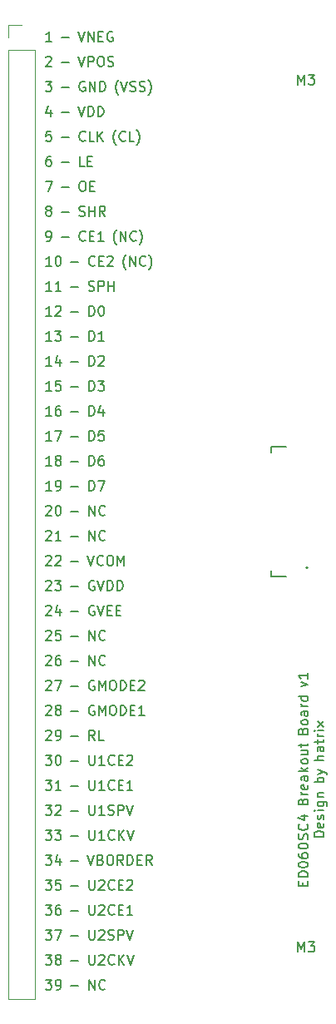
<source format=gto>
G04 #@! TF.GenerationSoftware,KiCad,Pcbnew,(7.0.0)*
G04 #@! TF.CreationDate,2023-04-01T10:31:45+02:00*
G04 #@! TF.ProjectId,ED060SC4-eink-connector,45443036-3053-4433-942d-65696e6b2d63,rev?*
G04 #@! TF.SameCoordinates,Original*
G04 #@! TF.FileFunction,Legend,Top*
G04 #@! TF.FilePolarity,Positive*
%FSLAX46Y46*%
G04 Gerber Fmt 4.6, Leading zero omitted, Abs format (unit mm)*
G04 Created by KiCad (PCBNEW (7.0.0)) date 2023-04-01 10:31:45*
%MOMM*%
%LPD*%
G01*
G04 APERTURE LIST*
%ADD10C,0.150000*%
%ADD11C,0.200000*%
%ADD12C,0.127000*%
%ADD13C,0.120000*%
%ADD14R,0.800000X0.300000*%
%ADD15R,1.000000X0.300000*%
%ADD16R,0.950000X0.400000*%
%ADD17C,3.200000*%
%ADD18R,1.700000X1.700000*%
%ADD19O,1.700000X1.700000*%
G04 APERTURE END LIST*
D10*
X109362857Y-120067380D02*
X109981904Y-120067380D01*
X109981904Y-120067380D02*
X109648571Y-120448333D01*
X109648571Y-120448333D02*
X109791428Y-120448333D01*
X109791428Y-120448333D02*
X109886666Y-120495952D01*
X109886666Y-120495952D02*
X109934285Y-120543571D01*
X109934285Y-120543571D02*
X109981904Y-120638809D01*
X109981904Y-120638809D02*
X109981904Y-120876904D01*
X109981904Y-120876904D02*
X109934285Y-120972142D01*
X109934285Y-120972142D02*
X109886666Y-121019761D01*
X109886666Y-121019761D02*
X109791428Y-121067380D01*
X109791428Y-121067380D02*
X109505714Y-121067380D01*
X109505714Y-121067380D02*
X109410476Y-121019761D01*
X109410476Y-121019761D02*
X109362857Y-120972142D01*
X110362857Y-120162619D02*
X110410476Y-120115000D01*
X110410476Y-120115000D02*
X110505714Y-120067380D01*
X110505714Y-120067380D02*
X110743809Y-120067380D01*
X110743809Y-120067380D02*
X110839047Y-120115000D01*
X110839047Y-120115000D02*
X110886666Y-120162619D01*
X110886666Y-120162619D02*
X110934285Y-120257857D01*
X110934285Y-120257857D02*
X110934285Y-120353095D01*
X110934285Y-120353095D02*
X110886666Y-120495952D01*
X110886666Y-120495952D02*
X110315238Y-121067380D01*
X110315238Y-121067380D02*
X110934285Y-121067380D01*
X111962857Y-120686428D02*
X112724762Y-120686428D01*
X113800952Y-120067380D02*
X113800952Y-120876904D01*
X113800952Y-120876904D02*
X113848571Y-120972142D01*
X113848571Y-120972142D02*
X113896190Y-121019761D01*
X113896190Y-121019761D02*
X113991428Y-121067380D01*
X113991428Y-121067380D02*
X114181904Y-121067380D01*
X114181904Y-121067380D02*
X114277142Y-121019761D01*
X114277142Y-121019761D02*
X114324761Y-120972142D01*
X114324761Y-120972142D02*
X114372380Y-120876904D01*
X114372380Y-120876904D02*
X114372380Y-120067380D01*
X115372380Y-121067380D02*
X114800952Y-121067380D01*
X115086666Y-121067380D02*
X115086666Y-120067380D01*
X115086666Y-120067380D02*
X114991428Y-120210238D01*
X114991428Y-120210238D02*
X114896190Y-120305476D01*
X114896190Y-120305476D02*
X114800952Y-120353095D01*
X115753333Y-121019761D02*
X115896190Y-121067380D01*
X115896190Y-121067380D02*
X116134285Y-121067380D01*
X116134285Y-121067380D02*
X116229523Y-121019761D01*
X116229523Y-121019761D02*
X116277142Y-120972142D01*
X116277142Y-120972142D02*
X116324761Y-120876904D01*
X116324761Y-120876904D02*
X116324761Y-120781666D01*
X116324761Y-120781666D02*
X116277142Y-120686428D01*
X116277142Y-120686428D02*
X116229523Y-120638809D01*
X116229523Y-120638809D02*
X116134285Y-120591190D01*
X116134285Y-120591190D02*
X115943809Y-120543571D01*
X115943809Y-120543571D02*
X115848571Y-120495952D01*
X115848571Y-120495952D02*
X115800952Y-120448333D01*
X115800952Y-120448333D02*
X115753333Y-120353095D01*
X115753333Y-120353095D02*
X115753333Y-120257857D01*
X115753333Y-120257857D02*
X115800952Y-120162619D01*
X115800952Y-120162619D02*
X115848571Y-120115000D01*
X115848571Y-120115000D02*
X115943809Y-120067380D01*
X115943809Y-120067380D02*
X116181904Y-120067380D01*
X116181904Y-120067380D02*
X116324761Y-120115000D01*
X116753333Y-121067380D02*
X116753333Y-120067380D01*
X116753333Y-120067380D02*
X117134285Y-120067380D01*
X117134285Y-120067380D02*
X117229523Y-120115000D01*
X117229523Y-120115000D02*
X117277142Y-120162619D01*
X117277142Y-120162619D02*
X117324761Y-120257857D01*
X117324761Y-120257857D02*
X117324761Y-120400714D01*
X117324761Y-120400714D02*
X117277142Y-120495952D01*
X117277142Y-120495952D02*
X117229523Y-120543571D01*
X117229523Y-120543571D02*
X117134285Y-120591190D01*
X117134285Y-120591190D02*
X116753333Y-120591190D01*
X117610476Y-120067380D02*
X117943809Y-121067380D01*
X117943809Y-121067380D02*
X118277142Y-120067380D01*
X109362857Y-137847380D02*
X109981904Y-137847380D01*
X109981904Y-137847380D02*
X109648571Y-138228333D01*
X109648571Y-138228333D02*
X109791428Y-138228333D01*
X109791428Y-138228333D02*
X109886666Y-138275952D01*
X109886666Y-138275952D02*
X109934285Y-138323571D01*
X109934285Y-138323571D02*
X109981904Y-138418809D01*
X109981904Y-138418809D02*
X109981904Y-138656904D01*
X109981904Y-138656904D02*
X109934285Y-138752142D01*
X109934285Y-138752142D02*
X109886666Y-138799761D01*
X109886666Y-138799761D02*
X109791428Y-138847380D01*
X109791428Y-138847380D02*
X109505714Y-138847380D01*
X109505714Y-138847380D02*
X109410476Y-138799761D01*
X109410476Y-138799761D02*
X109362857Y-138752142D01*
X110458095Y-138847380D02*
X110648571Y-138847380D01*
X110648571Y-138847380D02*
X110743809Y-138799761D01*
X110743809Y-138799761D02*
X110791428Y-138752142D01*
X110791428Y-138752142D02*
X110886666Y-138609285D01*
X110886666Y-138609285D02*
X110934285Y-138418809D01*
X110934285Y-138418809D02*
X110934285Y-138037857D01*
X110934285Y-138037857D02*
X110886666Y-137942619D01*
X110886666Y-137942619D02*
X110839047Y-137895000D01*
X110839047Y-137895000D02*
X110743809Y-137847380D01*
X110743809Y-137847380D02*
X110553333Y-137847380D01*
X110553333Y-137847380D02*
X110458095Y-137895000D01*
X110458095Y-137895000D02*
X110410476Y-137942619D01*
X110410476Y-137942619D02*
X110362857Y-138037857D01*
X110362857Y-138037857D02*
X110362857Y-138275952D01*
X110362857Y-138275952D02*
X110410476Y-138371190D01*
X110410476Y-138371190D02*
X110458095Y-138418809D01*
X110458095Y-138418809D02*
X110553333Y-138466428D01*
X110553333Y-138466428D02*
X110743809Y-138466428D01*
X110743809Y-138466428D02*
X110839047Y-138418809D01*
X110839047Y-138418809D02*
X110886666Y-138371190D01*
X110886666Y-138371190D02*
X110934285Y-138275952D01*
X111962857Y-138466428D02*
X112724762Y-138466428D01*
X113800952Y-138847380D02*
X113800952Y-137847380D01*
X113800952Y-137847380D02*
X114372380Y-138847380D01*
X114372380Y-138847380D02*
X114372380Y-137847380D01*
X115419999Y-138752142D02*
X115372380Y-138799761D01*
X115372380Y-138799761D02*
X115229523Y-138847380D01*
X115229523Y-138847380D02*
X115134285Y-138847380D01*
X115134285Y-138847380D02*
X114991428Y-138799761D01*
X114991428Y-138799761D02*
X114896190Y-138704523D01*
X114896190Y-138704523D02*
X114848571Y-138609285D01*
X114848571Y-138609285D02*
X114800952Y-138418809D01*
X114800952Y-138418809D02*
X114800952Y-138275952D01*
X114800952Y-138275952D02*
X114848571Y-138085476D01*
X114848571Y-138085476D02*
X114896190Y-137990238D01*
X114896190Y-137990238D02*
X114991428Y-137895000D01*
X114991428Y-137895000D02*
X115134285Y-137847380D01*
X115134285Y-137847380D02*
X115229523Y-137847380D01*
X115229523Y-137847380D02*
X115372380Y-137895000D01*
X115372380Y-137895000D02*
X115419999Y-137942619D01*
X109362857Y-125147380D02*
X109981904Y-125147380D01*
X109981904Y-125147380D02*
X109648571Y-125528333D01*
X109648571Y-125528333D02*
X109791428Y-125528333D01*
X109791428Y-125528333D02*
X109886666Y-125575952D01*
X109886666Y-125575952D02*
X109934285Y-125623571D01*
X109934285Y-125623571D02*
X109981904Y-125718809D01*
X109981904Y-125718809D02*
X109981904Y-125956904D01*
X109981904Y-125956904D02*
X109934285Y-126052142D01*
X109934285Y-126052142D02*
X109886666Y-126099761D01*
X109886666Y-126099761D02*
X109791428Y-126147380D01*
X109791428Y-126147380D02*
X109505714Y-126147380D01*
X109505714Y-126147380D02*
X109410476Y-126099761D01*
X109410476Y-126099761D02*
X109362857Y-126052142D01*
X110839047Y-125480714D02*
X110839047Y-126147380D01*
X110600952Y-125099761D02*
X110362857Y-125814047D01*
X110362857Y-125814047D02*
X110981904Y-125814047D01*
X111962857Y-125766428D02*
X112724762Y-125766428D01*
X113658095Y-125147380D02*
X113991428Y-126147380D01*
X113991428Y-126147380D02*
X114324761Y-125147380D01*
X114991428Y-125623571D02*
X115134285Y-125671190D01*
X115134285Y-125671190D02*
X115181904Y-125718809D01*
X115181904Y-125718809D02*
X115229523Y-125814047D01*
X115229523Y-125814047D02*
X115229523Y-125956904D01*
X115229523Y-125956904D02*
X115181904Y-126052142D01*
X115181904Y-126052142D02*
X115134285Y-126099761D01*
X115134285Y-126099761D02*
X115039047Y-126147380D01*
X115039047Y-126147380D02*
X114658095Y-126147380D01*
X114658095Y-126147380D02*
X114658095Y-125147380D01*
X114658095Y-125147380D02*
X114991428Y-125147380D01*
X114991428Y-125147380D02*
X115086666Y-125195000D01*
X115086666Y-125195000D02*
X115134285Y-125242619D01*
X115134285Y-125242619D02*
X115181904Y-125337857D01*
X115181904Y-125337857D02*
X115181904Y-125433095D01*
X115181904Y-125433095D02*
X115134285Y-125528333D01*
X115134285Y-125528333D02*
X115086666Y-125575952D01*
X115086666Y-125575952D02*
X114991428Y-125623571D01*
X114991428Y-125623571D02*
X114658095Y-125623571D01*
X115848571Y-125147380D02*
X116039047Y-125147380D01*
X116039047Y-125147380D02*
X116134285Y-125195000D01*
X116134285Y-125195000D02*
X116229523Y-125290238D01*
X116229523Y-125290238D02*
X116277142Y-125480714D01*
X116277142Y-125480714D02*
X116277142Y-125814047D01*
X116277142Y-125814047D02*
X116229523Y-126004523D01*
X116229523Y-126004523D02*
X116134285Y-126099761D01*
X116134285Y-126099761D02*
X116039047Y-126147380D01*
X116039047Y-126147380D02*
X115848571Y-126147380D01*
X115848571Y-126147380D02*
X115753333Y-126099761D01*
X115753333Y-126099761D02*
X115658095Y-126004523D01*
X115658095Y-126004523D02*
X115610476Y-125814047D01*
X115610476Y-125814047D02*
X115610476Y-125480714D01*
X115610476Y-125480714D02*
X115658095Y-125290238D01*
X115658095Y-125290238D02*
X115753333Y-125195000D01*
X115753333Y-125195000D02*
X115848571Y-125147380D01*
X117277142Y-126147380D02*
X116943809Y-125671190D01*
X116705714Y-126147380D02*
X116705714Y-125147380D01*
X116705714Y-125147380D02*
X117086666Y-125147380D01*
X117086666Y-125147380D02*
X117181904Y-125195000D01*
X117181904Y-125195000D02*
X117229523Y-125242619D01*
X117229523Y-125242619D02*
X117277142Y-125337857D01*
X117277142Y-125337857D02*
X117277142Y-125480714D01*
X117277142Y-125480714D02*
X117229523Y-125575952D01*
X117229523Y-125575952D02*
X117181904Y-125623571D01*
X117181904Y-125623571D02*
X117086666Y-125671190D01*
X117086666Y-125671190D02*
X116705714Y-125671190D01*
X117705714Y-126147380D02*
X117705714Y-125147380D01*
X117705714Y-125147380D02*
X117943809Y-125147380D01*
X117943809Y-125147380D02*
X118086666Y-125195000D01*
X118086666Y-125195000D02*
X118181904Y-125290238D01*
X118181904Y-125290238D02*
X118229523Y-125385476D01*
X118229523Y-125385476D02*
X118277142Y-125575952D01*
X118277142Y-125575952D02*
X118277142Y-125718809D01*
X118277142Y-125718809D02*
X118229523Y-125909285D01*
X118229523Y-125909285D02*
X118181904Y-126004523D01*
X118181904Y-126004523D02*
X118086666Y-126099761D01*
X118086666Y-126099761D02*
X117943809Y-126147380D01*
X117943809Y-126147380D02*
X117705714Y-126147380D01*
X118705714Y-125623571D02*
X119039047Y-125623571D01*
X119181904Y-126147380D02*
X118705714Y-126147380D01*
X118705714Y-126147380D02*
X118705714Y-125147380D01*
X118705714Y-125147380D02*
X119181904Y-125147380D01*
X120181904Y-126147380D02*
X119848571Y-125671190D01*
X119610476Y-126147380D02*
X119610476Y-125147380D01*
X119610476Y-125147380D02*
X119991428Y-125147380D01*
X119991428Y-125147380D02*
X120086666Y-125195000D01*
X120086666Y-125195000D02*
X120134285Y-125242619D01*
X120134285Y-125242619D02*
X120181904Y-125337857D01*
X120181904Y-125337857D02*
X120181904Y-125480714D01*
X120181904Y-125480714D02*
X120134285Y-125575952D01*
X120134285Y-125575952D02*
X120086666Y-125623571D01*
X120086666Y-125623571D02*
X119991428Y-125671190D01*
X119991428Y-125671190D02*
X119610476Y-125671190D01*
X109886666Y-54027380D02*
X109696190Y-54027380D01*
X109696190Y-54027380D02*
X109600952Y-54075000D01*
X109600952Y-54075000D02*
X109553333Y-54122619D01*
X109553333Y-54122619D02*
X109458095Y-54265476D01*
X109458095Y-54265476D02*
X109410476Y-54455952D01*
X109410476Y-54455952D02*
X109410476Y-54836904D01*
X109410476Y-54836904D02*
X109458095Y-54932142D01*
X109458095Y-54932142D02*
X109505714Y-54979761D01*
X109505714Y-54979761D02*
X109600952Y-55027380D01*
X109600952Y-55027380D02*
X109791428Y-55027380D01*
X109791428Y-55027380D02*
X109886666Y-54979761D01*
X109886666Y-54979761D02*
X109934285Y-54932142D01*
X109934285Y-54932142D02*
X109981904Y-54836904D01*
X109981904Y-54836904D02*
X109981904Y-54598809D01*
X109981904Y-54598809D02*
X109934285Y-54503571D01*
X109934285Y-54503571D02*
X109886666Y-54455952D01*
X109886666Y-54455952D02*
X109791428Y-54408333D01*
X109791428Y-54408333D02*
X109600952Y-54408333D01*
X109600952Y-54408333D02*
X109505714Y-54455952D01*
X109505714Y-54455952D02*
X109458095Y-54503571D01*
X109458095Y-54503571D02*
X109410476Y-54598809D01*
X111010476Y-54646428D02*
X111772381Y-54646428D01*
X113324761Y-55027380D02*
X112848571Y-55027380D01*
X112848571Y-55027380D02*
X112848571Y-54027380D01*
X113658095Y-54503571D02*
X113991428Y-54503571D01*
X114134285Y-55027380D02*
X113658095Y-55027380D01*
X113658095Y-55027380D02*
X113658095Y-54027380D01*
X113658095Y-54027380D02*
X114134285Y-54027380D01*
X109362857Y-135307380D02*
X109981904Y-135307380D01*
X109981904Y-135307380D02*
X109648571Y-135688333D01*
X109648571Y-135688333D02*
X109791428Y-135688333D01*
X109791428Y-135688333D02*
X109886666Y-135735952D01*
X109886666Y-135735952D02*
X109934285Y-135783571D01*
X109934285Y-135783571D02*
X109981904Y-135878809D01*
X109981904Y-135878809D02*
X109981904Y-136116904D01*
X109981904Y-136116904D02*
X109934285Y-136212142D01*
X109934285Y-136212142D02*
X109886666Y-136259761D01*
X109886666Y-136259761D02*
X109791428Y-136307380D01*
X109791428Y-136307380D02*
X109505714Y-136307380D01*
X109505714Y-136307380D02*
X109410476Y-136259761D01*
X109410476Y-136259761D02*
X109362857Y-136212142D01*
X110553333Y-135735952D02*
X110458095Y-135688333D01*
X110458095Y-135688333D02*
X110410476Y-135640714D01*
X110410476Y-135640714D02*
X110362857Y-135545476D01*
X110362857Y-135545476D02*
X110362857Y-135497857D01*
X110362857Y-135497857D02*
X110410476Y-135402619D01*
X110410476Y-135402619D02*
X110458095Y-135355000D01*
X110458095Y-135355000D02*
X110553333Y-135307380D01*
X110553333Y-135307380D02*
X110743809Y-135307380D01*
X110743809Y-135307380D02*
X110839047Y-135355000D01*
X110839047Y-135355000D02*
X110886666Y-135402619D01*
X110886666Y-135402619D02*
X110934285Y-135497857D01*
X110934285Y-135497857D02*
X110934285Y-135545476D01*
X110934285Y-135545476D02*
X110886666Y-135640714D01*
X110886666Y-135640714D02*
X110839047Y-135688333D01*
X110839047Y-135688333D02*
X110743809Y-135735952D01*
X110743809Y-135735952D02*
X110553333Y-135735952D01*
X110553333Y-135735952D02*
X110458095Y-135783571D01*
X110458095Y-135783571D02*
X110410476Y-135831190D01*
X110410476Y-135831190D02*
X110362857Y-135926428D01*
X110362857Y-135926428D02*
X110362857Y-136116904D01*
X110362857Y-136116904D02*
X110410476Y-136212142D01*
X110410476Y-136212142D02*
X110458095Y-136259761D01*
X110458095Y-136259761D02*
X110553333Y-136307380D01*
X110553333Y-136307380D02*
X110743809Y-136307380D01*
X110743809Y-136307380D02*
X110839047Y-136259761D01*
X110839047Y-136259761D02*
X110886666Y-136212142D01*
X110886666Y-136212142D02*
X110934285Y-136116904D01*
X110934285Y-136116904D02*
X110934285Y-135926428D01*
X110934285Y-135926428D02*
X110886666Y-135831190D01*
X110886666Y-135831190D02*
X110839047Y-135783571D01*
X110839047Y-135783571D02*
X110743809Y-135735952D01*
X111962857Y-135926428D02*
X112724762Y-135926428D01*
X113800952Y-135307380D02*
X113800952Y-136116904D01*
X113800952Y-136116904D02*
X113848571Y-136212142D01*
X113848571Y-136212142D02*
X113896190Y-136259761D01*
X113896190Y-136259761D02*
X113991428Y-136307380D01*
X113991428Y-136307380D02*
X114181904Y-136307380D01*
X114181904Y-136307380D02*
X114277142Y-136259761D01*
X114277142Y-136259761D02*
X114324761Y-136212142D01*
X114324761Y-136212142D02*
X114372380Y-136116904D01*
X114372380Y-136116904D02*
X114372380Y-135307380D01*
X114800952Y-135402619D02*
X114848571Y-135355000D01*
X114848571Y-135355000D02*
X114943809Y-135307380D01*
X114943809Y-135307380D02*
X115181904Y-135307380D01*
X115181904Y-135307380D02*
X115277142Y-135355000D01*
X115277142Y-135355000D02*
X115324761Y-135402619D01*
X115324761Y-135402619D02*
X115372380Y-135497857D01*
X115372380Y-135497857D02*
X115372380Y-135593095D01*
X115372380Y-135593095D02*
X115324761Y-135735952D01*
X115324761Y-135735952D02*
X114753333Y-136307380D01*
X114753333Y-136307380D02*
X115372380Y-136307380D01*
X116372380Y-136212142D02*
X116324761Y-136259761D01*
X116324761Y-136259761D02*
X116181904Y-136307380D01*
X116181904Y-136307380D02*
X116086666Y-136307380D01*
X116086666Y-136307380D02*
X115943809Y-136259761D01*
X115943809Y-136259761D02*
X115848571Y-136164523D01*
X115848571Y-136164523D02*
X115800952Y-136069285D01*
X115800952Y-136069285D02*
X115753333Y-135878809D01*
X115753333Y-135878809D02*
X115753333Y-135735952D01*
X115753333Y-135735952D02*
X115800952Y-135545476D01*
X115800952Y-135545476D02*
X115848571Y-135450238D01*
X115848571Y-135450238D02*
X115943809Y-135355000D01*
X115943809Y-135355000D02*
X116086666Y-135307380D01*
X116086666Y-135307380D02*
X116181904Y-135307380D01*
X116181904Y-135307380D02*
X116324761Y-135355000D01*
X116324761Y-135355000D02*
X116372380Y-135402619D01*
X116800952Y-136307380D02*
X116800952Y-135307380D01*
X117372380Y-136307380D02*
X116943809Y-135735952D01*
X117372380Y-135307380D02*
X116800952Y-135878809D01*
X117658095Y-135307380D02*
X117991428Y-136307380D01*
X117991428Y-136307380D02*
X118324761Y-135307380D01*
X109981904Y-70267380D02*
X109410476Y-70267380D01*
X109696190Y-70267380D02*
X109696190Y-69267380D01*
X109696190Y-69267380D02*
X109600952Y-69410238D01*
X109600952Y-69410238D02*
X109505714Y-69505476D01*
X109505714Y-69505476D02*
X109410476Y-69553095D01*
X110362857Y-69362619D02*
X110410476Y-69315000D01*
X110410476Y-69315000D02*
X110505714Y-69267380D01*
X110505714Y-69267380D02*
X110743809Y-69267380D01*
X110743809Y-69267380D02*
X110839047Y-69315000D01*
X110839047Y-69315000D02*
X110886666Y-69362619D01*
X110886666Y-69362619D02*
X110934285Y-69457857D01*
X110934285Y-69457857D02*
X110934285Y-69553095D01*
X110934285Y-69553095D02*
X110886666Y-69695952D01*
X110886666Y-69695952D02*
X110315238Y-70267380D01*
X110315238Y-70267380D02*
X110934285Y-70267380D01*
X111962857Y-69886428D02*
X112724762Y-69886428D01*
X113800952Y-70267380D02*
X113800952Y-69267380D01*
X113800952Y-69267380D02*
X114039047Y-69267380D01*
X114039047Y-69267380D02*
X114181904Y-69315000D01*
X114181904Y-69315000D02*
X114277142Y-69410238D01*
X114277142Y-69410238D02*
X114324761Y-69505476D01*
X114324761Y-69505476D02*
X114372380Y-69695952D01*
X114372380Y-69695952D02*
X114372380Y-69838809D01*
X114372380Y-69838809D02*
X114324761Y-70029285D01*
X114324761Y-70029285D02*
X114277142Y-70124523D01*
X114277142Y-70124523D02*
X114181904Y-70219761D01*
X114181904Y-70219761D02*
X114039047Y-70267380D01*
X114039047Y-70267380D02*
X113800952Y-70267380D01*
X114991428Y-69267380D02*
X115086666Y-69267380D01*
X115086666Y-69267380D02*
X115181904Y-69315000D01*
X115181904Y-69315000D02*
X115229523Y-69362619D01*
X115229523Y-69362619D02*
X115277142Y-69457857D01*
X115277142Y-69457857D02*
X115324761Y-69648333D01*
X115324761Y-69648333D02*
X115324761Y-69886428D01*
X115324761Y-69886428D02*
X115277142Y-70076904D01*
X115277142Y-70076904D02*
X115229523Y-70172142D01*
X115229523Y-70172142D02*
X115181904Y-70219761D01*
X115181904Y-70219761D02*
X115086666Y-70267380D01*
X115086666Y-70267380D02*
X114991428Y-70267380D01*
X114991428Y-70267380D02*
X114896190Y-70219761D01*
X114896190Y-70219761D02*
X114848571Y-70172142D01*
X114848571Y-70172142D02*
X114800952Y-70076904D01*
X114800952Y-70076904D02*
X114753333Y-69886428D01*
X114753333Y-69886428D02*
X114753333Y-69648333D01*
X114753333Y-69648333D02*
X114800952Y-69457857D01*
X114800952Y-69457857D02*
X114848571Y-69362619D01*
X114848571Y-69362619D02*
X114896190Y-69315000D01*
X114896190Y-69315000D02*
X114991428Y-69267380D01*
X109362857Y-132767380D02*
X109981904Y-132767380D01*
X109981904Y-132767380D02*
X109648571Y-133148333D01*
X109648571Y-133148333D02*
X109791428Y-133148333D01*
X109791428Y-133148333D02*
X109886666Y-133195952D01*
X109886666Y-133195952D02*
X109934285Y-133243571D01*
X109934285Y-133243571D02*
X109981904Y-133338809D01*
X109981904Y-133338809D02*
X109981904Y-133576904D01*
X109981904Y-133576904D02*
X109934285Y-133672142D01*
X109934285Y-133672142D02*
X109886666Y-133719761D01*
X109886666Y-133719761D02*
X109791428Y-133767380D01*
X109791428Y-133767380D02*
X109505714Y-133767380D01*
X109505714Y-133767380D02*
X109410476Y-133719761D01*
X109410476Y-133719761D02*
X109362857Y-133672142D01*
X110315238Y-132767380D02*
X110981904Y-132767380D01*
X110981904Y-132767380D02*
X110553333Y-133767380D01*
X111962857Y-133386428D02*
X112724762Y-133386428D01*
X113800952Y-132767380D02*
X113800952Y-133576904D01*
X113800952Y-133576904D02*
X113848571Y-133672142D01*
X113848571Y-133672142D02*
X113896190Y-133719761D01*
X113896190Y-133719761D02*
X113991428Y-133767380D01*
X113991428Y-133767380D02*
X114181904Y-133767380D01*
X114181904Y-133767380D02*
X114277142Y-133719761D01*
X114277142Y-133719761D02*
X114324761Y-133672142D01*
X114324761Y-133672142D02*
X114372380Y-133576904D01*
X114372380Y-133576904D02*
X114372380Y-132767380D01*
X114800952Y-132862619D02*
X114848571Y-132815000D01*
X114848571Y-132815000D02*
X114943809Y-132767380D01*
X114943809Y-132767380D02*
X115181904Y-132767380D01*
X115181904Y-132767380D02*
X115277142Y-132815000D01*
X115277142Y-132815000D02*
X115324761Y-132862619D01*
X115324761Y-132862619D02*
X115372380Y-132957857D01*
X115372380Y-132957857D02*
X115372380Y-133053095D01*
X115372380Y-133053095D02*
X115324761Y-133195952D01*
X115324761Y-133195952D02*
X114753333Y-133767380D01*
X114753333Y-133767380D02*
X115372380Y-133767380D01*
X115753333Y-133719761D02*
X115896190Y-133767380D01*
X115896190Y-133767380D02*
X116134285Y-133767380D01*
X116134285Y-133767380D02*
X116229523Y-133719761D01*
X116229523Y-133719761D02*
X116277142Y-133672142D01*
X116277142Y-133672142D02*
X116324761Y-133576904D01*
X116324761Y-133576904D02*
X116324761Y-133481666D01*
X116324761Y-133481666D02*
X116277142Y-133386428D01*
X116277142Y-133386428D02*
X116229523Y-133338809D01*
X116229523Y-133338809D02*
X116134285Y-133291190D01*
X116134285Y-133291190D02*
X115943809Y-133243571D01*
X115943809Y-133243571D02*
X115848571Y-133195952D01*
X115848571Y-133195952D02*
X115800952Y-133148333D01*
X115800952Y-133148333D02*
X115753333Y-133053095D01*
X115753333Y-133053095D02*
X115753333Y-132957857D01*
X115753333Y-132957857D02*
X115800952Y-132862619D01*
X115800952Y-132862619D02*
X115848571Y-132815000D01*
X115848571Y-132815000D02*
X115943809Y-132767380D01*
X115943809Y-132767380D02*
X116181904Y-132767380D01*
X116181904Y-132767380D02*
X116324761Y-132815000D01*
X116753333Y-133767380D02*
X116753333Y-132767380D01*
X116753333Y-132767380D02*
X117134285Y-132767380D01*
X117134285Y-132767380D02*
X117229523Y-132815000D01*
X117229523Y-132815000D02*
X117277142Y-132862619D01*
X117277142Y-132862619D02*
X117324761Y-132957857D01*
X117324761Y-132957857D02*
X117324761Y-133100714D01*
X117324761Y-133100714D02*
X117277142Y-133195952D01*
X117277142Y-133195952D02*
X117229523Y-133243571D01*
X117229523Y-133243571D02*
X117134285Y-133291190D01*
X117134285Y-133291190D02*
X116753333Y-133291190D01*
X117610476Y-132767380D02*
X117943809Y-133767380D01*
X117943809Y-133767380D02*
X118277142Y-132767380D01*
X109410476Y-99842619D02*
X109458095Y-99795000D01*
X109458095Y-99795000D02*
X109553333Y-99747380D01*
X109553333Y-99747380D02*
X109791428Y-99747380D01*
X109791428Y-99747380D02*
X109886666Y-99795000D01*
X109886666Y-99795000D02*
X109934285Y-99842619D01*
X109934285Y-99842619D02*
X109981904Y-99937857D01*
X109981904Y-99937857D02*
X109981904Y-100033095D01*
X109981904Y-100033095D02*
X109934285Y-100175952D01*
X109934285Y-100175952D02*
X109362857Y-100747380D01*
X109362857Y-100747380D02*
X109981904Y-100747380D01*
X110839047Y-100080714D02*
X110839047Y-100747380D01*
X110600952Y-99699761D02*
X110362857Y-100414047D01*
X110362857Y-100414047D02*
X110981904Y-100414047D01*
X111962857Y-100366428D02*
X112724762Y-100366428D01*
X114324761Y-99795000D02*
X114229523Y-99747380D01*
X114229523Y-99747380D02*
X114086666Y-99747380D01*
X114086666Y-99747380D02*
X113943809Y-99795000D01*
X113943809Y-99795000D02*
X113848571Y-99890238D01*
X113848571Y-99890238D02*
X113800952Y-99985476D01*
X113800952Y-99985476D02*
X113753333Y-100175952D01*
X113753333Y-100175952D02*
X113753333Y-100318809D01*
X113753333Y-100318809D02*
X113800952Y-100509285D01*
X113800952Y-100509285D02*
X113848571Y-100604523D01*
X113848571Y-100604523D02*
X113943809Y-100699761D01*
X113943809Y-100699761D02*
X114086666Y-100747380D01*
X114086666Y-100747380D02*
X114181904Y-100747380D01*
X114181904Y-100747380D02*
X114324761Y-100699761D01*
X114324761Y-100699761D02*
X114372380Y-100652142D01*
X114372380Y-100652142D02*
X114372380Y-100318809D01*
X114372380Y-100318809D02*
X114181904Y-100318809D01*
X114658095Y-99747380D02*
X114991428Y-100747380D01*
X114991428Y-100747380D02*
X115324761Y-99747380D01*
X115658095Y-100223571D02*
X115991428Y-100223571D01*
X116134285Y-100747380D02*
X115658095Y-100747380D01*
X115658095Y-100747380D02*
X115658095Y-99747380D01*
X115658095Y-99747380D02*
X116134285Y-99747380D01*
X116562857Y-100223571D02*
X116896190Y-100223571D01*
X117039047Y-100747380D02*
X116562857Y-100747380D01*
X116562857Y-100747380D02*
X116562857Y-99747380D01*
X116562857Y-99747380D02*
X117039047Y-99747380D01*
X109410476Y-107462619D02*
X109458095Y-107415000D01*
X109458095Y-107415000D02*
X109553333Y-107367380D01*
X109553333Y-107367380D02*
X109791428Y-107367380D01*
X109791428Y-107367380D02*
X109886666Y-107415000D01*
X109886666Y-107415000D02*
X109934285Y-107462619D01*
X109934285Y-107462619D02*
X109981904Y-107557857D01*
X109981904Y-107557857D02*
X109981904Y-107653095D01*
X109981904Y-107653095D02*
X109934285Y-107795952D01*
X109934285Y-107795952D02*
X109362857Y-108367380D01*
X109362857Y-108367380D02*
X109981904Y-108367380D01*
X110315238Y-107367380D02*
X110981904Y-107367380D01*
X110981904Y-107367380D02*
X110553333Y-108367380D01*
X111962857Y-107986428D02*
X112724762Y-107986428D01*
X114324761Y-107415000D02*
X114229523Y-107367380D01*
X114229523Y-107367380D02*
X114086666Y-107367380D01*
X114086666Y-107367380D02*
X113943809Y-107415000D01*
X113943809Y-107415000D02*
X113848571Y-107510238D01*
X113848571Y-107510238D02*
X113800952Y-107605476D01*
X113800952Y-107605476D02*
X113753333Y-107795952D01*
X113753333Y-107795952D02*
X113753333Y-107938809D01*
X113753333Y-107938809D02*
X113800952Y-108129285D01*
X113800952Y-108129285D02*
X113848571Y-108224523D01*
X113848571Y-108224523D02*
X113943809Y-108319761D01*
X113943809Y-108319761D02*
X114086666Y-108367380D01*
X114086666Y-108367380D02*
X114181904Y-108367380D01*
X114181904Y-108367380D02*
X114324761Y-108319761D01*
X114324761Y-108319761D02*
X114372380Y-108272142D01*
X114372380Y-108272142D02*
X114372380Y-107938809D01*
X114372380Y-107938809D02*
X114181904Y-107938809D01*
X114800952Y-108367380D02*
X114800952Y-107367380D01*
X114800952Y-107367380D02*
X115134285Y-108081666D01*
X115134285Y-108081666D02*
X115467618Y-107367380D01*
X115467618Y-107367380D02*
X115467618Y-108367380D01*
X116134285Y-107367380D02*
X116324761Y-107367380D01*
X116324761Y-107367380D02*
X116419999Y-107415000D01*
X116419999Y-107415000D02*
X116515237Y-107510238D01*
X116515237Y-107510238D02*
X116562856Y-107700714D01*
X116562856Y-107700714D02*
X116562856Y-108034047D01*
X116562856Y-108034047D02*
X116515237Y-108224523D01*
X116515237Y-108224523D02*
X116419999Y-108319761D01*
X116419999Y-108319761D02*
X116324761Y-108367380D01*
X116324761Y-108367380D02*
X116134285Y-108367380D01*
X116134285Y-108367380D02*
X116039047Y-108319761D01*
X116039047Y-108319761D02*
X115943809Y-108224523D01*
X115943809Y-108224523D02*
X115896190Y-108034047D01*
X115896190Y-108034047D02*
X115896190Y-107700714D01*
X115896190Y-107700714D02*
X115943809Y-107510238D01*
X115943809Y-107510238D02*
X116039047Y-107415000D01*
X116039047Y-107415000D02*
X116134285Y-107367380D01*
X116991428Y-108367380D02*
X116991428Y-107367380D01*
X116991428Y-107367380D02*
X117229523Y-107367380D01*
X117229523Y-107367380D02*
X117372380Y-107415000D01*
X117372380Y-107415000D02*
X117467618Y-107510238D01*
X117467618Y-107510238D02*
X117515237Y-107605476D01*
X117515237Y-107605476D02*
X117562856Y-107795952D01*
X117562856Y-107795952D02*
X117562856Y-107938809D01*
X117562856Y-107938809D02*
X117515237Y-108129285D01*
X117515237Y-108129285D02*
X117467618Y-108224523D01*
X117467618Y-108224523D02*
X117372380Y-108319761D01*
X117372380Y-108319761D02*
X117229523Y-108367380D01*
X117229523Y-108367380D02*
X116991428Y-108367380D01*
X117991428Y-107843571D02*
X118324761Y-107843571D01*
X118467618Y-108367380D02*
X117991428Y-108367380D01*
X117991428Y-108367380D02*
X117991428Y-107367380D01*
X117991428Y-107367380D02*
X118467618Y-107367380D01*
X118848571Y-107462619D02*
X118896190Y-107415000D01*
X118896190Y-107415000D02*
X118991428Y-107367380D01*
X118991428Y-107367380D02*
X119229523Y-107367380D01*
X119229523Y-107367380D02*
X119324761Y-107415000D01*
X119324761Y-107415000D02*
X119372380Y-107462619D01*
X119372380Y-107462619D02*
X119419999Y-107557857D01*
X119419999Y-107557857D02*
X119419999Y-107653095D01*
X119419999Y-107653095D02*
X119372380Y-107795952D01*
X119372380Y-107795952D02*
X118800952Y-108367380D01*
X118800952Y-108367380D02*
X119419999Y-108367380D01*
X109981904Y-85507380D02*
X109410476Y-85507380D01*
X109696190Y-85507380D02*
X109696190Y-84507380D01*
X109696190Y-84507380D02*
X109600952Y-84650238D01*
X109600952Y-84650238D02*
X109505714Y-84745476D01*
X109505714Y-84745476D02*
X109410476Y-84793095D01*
X110553333Y-84935952D02*
X110458095Y-84888333D01*
X110458095Y-84888333D02*
X110410476Y-84840714D01*
X110410476Y-84840714D02*
X110362857Y-84745476D01*
X110362857Y-84745476D02*
X110362857Y-84697857D01*
X110362857Y-84697857D02*
X110410476Y-84602619D01*
X110410476Y-84602619D02*
X110458095Y-84555000D01*
X110458095Y-84555000D02*
X110553333Y-84507380D01*
X110553333Y-84507380D02*
X110743809Y-84507380D01*
X110743809Y-84507380D02*
X110839047Y-84555000D01*
X110839047Y-84555000D02*
X110886666Y-84602619D01*
X110886666Y-84602619D02*
X110934285Y-84697857D01*
X110934285Y-84697857D02*
X110934285Y-84745476D01*
X110934285Y-84745476D02*
X110886666Y-84840714D01*
X110886666Y-84840714D02*
X110839047Y-84888333D01*
X110839047Y-84888333D02*
X110743809Y-84935952D01*
X110743809Y-84935952D02*
X110553333Y-84935952D01*
X110553333Y-84935952D02*
X110458095Y-84983571D01*
X110458095Y-84983571D02*
X110410476Y-85031190D01*
X110410476Y-85031190D02*
X110362857Y-85126428D01*
X110362857Y-85126428D02*
X110362857Y-85316904D01*
X110362857Y-85316904D02*
X110410476Y-85412142D01*
X110410476Y-85412142D02*
X110458095Y-85459761D01*
X110458095Y-85459761D02*
X110553333Y-85507380D01*
X110553333Y-85507380D02*
X110743809Y-85507380D01*
X110743809Y-85507380D02*
X110839047Y-85459761D01*
X110839047Y-85459761D02*
X110886666Y-85412142D01*
X110886666Y-85412142D02*
X110934285Y-85316904D01*
X110934285Y-85316904D02*
X110934285Y-85126428D01*
X110934285Y-85126428D02*
X110886666Y-85031190D01*
X110886666Y-85031190D02*
X110839047Y-84983571D01*
X110839047Y-84983571D02*
X110743809Y-84935952D01*
X111962857Y-85126428D02*
X112724762Y-85126428D01*
X113800952Y-85507380D02*
X113800952Y-84507380D01*
X113800952Y-84507380D02*
X114039047Y-84507380D01*
X114039047Y-84507380D02*
X114181904Y-84555000D01*
X114181904Y-84555000D02*
X114277142Y-84650238D01*
X114277142Y-84650238D02*
X114324761Y-84745476D01*
X114324761Y-84745476D02*
X114372380Y-84935952D01*
X114372380Y-84935952D02*
X114372380Y-85078809D01*
X114372380Y-85078809D02*
X114324761Y-85269285D01*
X114324761Y-85269285D02*
X114277142Y-85364523D01*
X114277142Y-85364523D02*
X114181904Y-85459761D01*
X114181904Y-85459761D02*
X114039047Y-85507380D01*
X114039047Y-85507380D02*
X113800952Y-85507380D01*
X115229523Y-84507380D02*
X115039047Y-84507380D01*
X115039047Y-84507380D02*
X114943809Y-84555000D01*
X114943809Y-84555000D02*
X114896190Y-84602619D01*
X114896190Y-84602619D02*
X114800952Y-84745476D01*
X114800952Y-84745476D02*
X114753333Y-84935952D01*
X114753333Y-84935952D02*
X114753333Y-85316904D01*
X114753333Y-85316904D02*
X114800952Y-85412142D01*
X114800952Y-85412142D02*
X114848571Y-85459761D01*
X114848571Y-85459761D02*
X114943809Y-85507380D01*
X114943809Y-85507380D02*
X115134285Y-85507380D01*
X115134285Y-85507380D02*
X115229523Y-85459761D01*
X115229523Y-85459761D02*
X115277142Y-85412142D01*
X115277142Y-85412142D02*
X115324761Y-85316904D01*
X115324761Y-85316904D02*
X115324761Y-85078809D01*
X115324761Y-85078809D02*
X115277142Y-84983571D01*
X115277142Y-84983571D02*
X115229523Y-84935952D01*
X115229523Y-84935952D02*
X115134285Y-84888333D01*
X115134285Y-84888333D02*
X114943809Y-84888333D01*
X114943809Y-84888333D02*
X114848571Y-84935952D01*
X114848571Y-84935952D02*
X114800952Y-84983571D01*
X114800952Y-84983571D02*
X114753333Y-85078809D01*
X109410476Y-94762619D02*
X109458095Y-94715000D01*
X109458095Y-94715000D02*
X109553333Y-94667380D01*
X109553333Y-94667380D02*
X109791428Y-94667380D01*
X109791428Y-94667380D02*
X109886666Y-94715000D01*
X109886666Y-94715000D02*
X109934285Y-94762619D01*
X109934285Y-94762619D02*
X109981904Y-94857857D01*
X109981904Y-94857857D02*
X109981904Y-94953095D01*
X109981904Y-94953095D02*
X109934285Y-95095952D01*
X109934285Y-95095952D02*
X109362857Y-95667380D01*
X109362857Y-95667380D02*
X109981904Y-95667380D01*
X110362857Y-94762619D02*
X110410476Y-94715000D01*
X110410476Y-94715000D02*
X110505714Y-94667380D01*
X110505714Y-94667380D02*
X110743809Y-94667380D01*
X110743809Y-94667380D02*
X110839047Y-94715000D01*
X110839047Y-94715000D02*
X110886666Y-94762619D01*
X110886666Y-94762619D02*
X110934285Y-94857857D01*
X110934285Y-94857857D02*
X110934285Y-94953095D01*
X110934285Y-94953095D02*
X110886666Y-95095952D01*
X110886666Y-95095952D02*
X110315238Y-95667380D01*
X110315238Y-95667380D02*
X110934285Y-95667380D01*
X111962857Y-95286428D02*
X112724762Y-95286428D01*
X113658095Y-94667380D02*
X113991428Y-95667380D01*
X113991428Y-95667380D02*
X114324761Y-94667380D01*
X115229523Y-95572142D02*
X115181904Y-95619761D01*
X115181904Y-95619761D02*
X115039047Y-95667380D01*
X115039047Y-95667380D02*
X114943809Y-95667380D01*
X114943809Y-95667380D02*
X114800952Y-95619761D01*
X114800952Y-95619761D02*
X114705714Y-95524523D01*
X114705714Y-95524523D02*
X114658095Y-95429285D01*
X114658095Y-95429285D02*
X114610476Y-95238809D01*
X114610476Y-95238809D02*
X114610476Y-95095952D01*
X114610476Y-95095952D02*
X114658095Y-94905476D01*
X114658095Y-94905476D02*
X114705714Y-94810238D01*
X114705714Y-94810238D02*
X114800952Y-94715000D01*
X114800952Y-94715000D02*
X114943809Y-94667380D01*
X114943809Y-94667380D02*
X115039047Y-94667380D01*
X115039047Y-94667380D02*
X115181904Y-94715000D01*
X115181904Y-94715000D02*
X115229523Y-94762619D01*
X115848571Y-94667380D02*
X116039047Y-94667380D01*
X116039047Y-94667380D02*
X116134285Y-94715000D01*
X116134285Y-94715000D02*
X116229523Y-94810238D01*
X116229523Y-94810238D02*
X116277142Y-95000714D01*
X116277142Y-95000714D02*
X116277142Y-95334047D01*
X116277142Y-95334047D02*
X116229523Y-95524523D01*
X116229523Y-95524523D02*
X116134285Y-95619761D01*
X116134285Y-95619761D02*
X116039047Y-95667380D01*
X116039047Y-95667380D02*
X115848571Y-95667380D01*
X115848571Y-95667380D02*
X115753333Y-95619761D01*
X115753333Y-95619761D02*
X115658095Y-95524523D01*
X115658095Y-95524523D02*
X115610476Y-95334047D01*
X115610476Y-95334047D02*
X115610476Y-95000714D01*
X115610476Y-95000714D02*
X115658095Y-94810238D01*
X115658095Y-94810238D02*
X115753333Y-94715000D01*
X115753333Y-94715000D02*
X115848571Y-94667380D01*
X116705714Y-95667380D02*
X116705714Y-94667380D01*
X116705714Y-94667380D02*
X117039047Y-95381666D01*
X117039047Y-95381666D02*
X117372380Y-94667380D01*
X117372380Y-94667380D02*
X117372380Y-95667380D01*
X109410476Y-89682619D02*
X109458095Y-89635000D01*
X109458095Y-89635000D02*
X109553333Y-89587380D01*
X109553333Y-89587380D02*
X109791428Y-89587380D01*
X109791428Y-89587380D02*
X109886666Y-89635000D01*
X109886666Y-89635000D02*
X109934285Y-89682619D01*
X109934285Y-89682619D02*
X109981904Y-89777857D01*
X109981904Y-89777857D02*
X109981904Y-89873095D01*
X109981904Y-89873095D02*
X109934285Y-90015952D01*
X109934285Y-90015952D02*
X109362857Y-90587380D01*
X109362857Y-90587380D02*
X109981904Y-90587380D01*
X110600952Y-89587380D02*
X110696190Y-89587380D01*
X110696190Y-89587380D02*
X110791428Y-89635000D01*
X110791428Y-89635000D02*
X110839047Y-89682619D01*
X110839047Y-89682619D02*
X110886666Y-89777857D01*
X110886666Y-89777857D02*
X110934285Y-89968333D01*
X110934285Y-89968333D02*
X110934285Y-90206428D01*
X110934285Y-90206428D02*
X110886666Y-90396904D01*
X110886666Y-90396904D02*
X110839047Y-90492142D01*
X110839047Y-90492142D02*
X110791428Y-90539761D01*
X110791428Y-90539761D02*
X110696190Y-90587380D01*
X110696190Y-90587380D02*
X110600952Y-90587380D01*
X110600952Y-90587380D02*
X110505714Y-90539761D01*
X110505714Y-90539761D02*
X110458095Y-90492142D01*
X110458095Y-90492142D02*
X110410476Y-90396904D01*
X110410476Y-90396904D02*
X110362857Y-90206428D01*
X110362857Y-90206428D02*
X110362857Y-89968333D01*
X110362857Y-89968333D02*
X110410476Y-89777857D01*
X110410476Y-89777857D02*
X110458095Y-89682619D01*
X110458095Y-89682619D02*
X110505714Y-89635000D01*
X110505714Y-89635000D02*
X110600952Y-89587380D01*
X111962857Y-90206428D02*
X112724762Y-90206428D01*
X113800952Y-90587380D02*
X113800952Y-89587380D01*
X113800952Y-89587380D02*
X114372380Y-90587380D01*
X114372380Y-90587380D02*
X114372380Y-89587380D01*
X115419999Y-90492142D02*
X115372380Y-90539761D01*
X115372380Y-90539761D02*
X115229523Y-90587380D01*
X115229523Y-90587380D02*
X115134285Y-90587380D01*
X115134285Y-90587380D02*
X114991428Y-90539761D01*
X114991428Y-90539761D02*
X114896190Y-90444523D01*
X114896190Y-90444523D02*
X114848571Y-90349285D01*
X114848571Y-90349285D02*
X114800952Y-90158809D01*
X114800952Y-90158809D02*
X114800952Y-90015952D01*
X114800952Y-90015952D02*
X114848571Y-89825476D01*
X114848571Y-89825476D02*
X114896190Y-89730238D01*
X114896190Y-89730238D02*
X114991428Y-89635000D01*
X114991428Y-89635000D02*
X115134285Y-89587380D01*
X115134285Y-89587380D02*
X115229523Y-89587380D01*
X115229523Y-89587380D02*
X115372380Y-89635000D01*
X115372380Y-89635000D02*
X115419999Y-89682619D01*
X109981904Y-88047380D02*
X109410476Y-88047380D01*
X109696190Y-88047380D02*
X109696190Y-87047380D01*
X109696190Y-87047380D02*
X109600952Y-87190238D01*
X109600952Y-87190238D02*
X109505714Y-87285476D01*
X109505714Y-87285476D02*
X109410476Y-87333095D01*
X110458095Y-88047380D02*
X110648571Y-88047380D01*
X110648571Y-88047380D02*
X110743809Y-87999761D01*
X110743809Y-87999761D02*
X110791428Y-87952142D01*
X110791428Y-87952142D02*
X110886666Y-87809285D01*
X110886666Y-87809285D02*
X110934285Y-87618809D01*
X110934285Y-87618809D02*
X110934285Y-87237857D01*
X110934285Y-87237857D02*
X110886666Y-87142619D01*
X110886666Y-87142619D02*
X110839047Y-87095000D01*
X110839047Y-87095000D02*
X110743809Y-87047380D01*
X110743809Y-87047380D02*
X110553333Y-87047380D01*
X110553333Y-87047380D02*
X110458095Y-87095000D01*
X110458095Y-87095000D02*
X110410476Y-87142619D01*
X110410476Y-87142619D02*
X110362857Y-87237857D01*
X110362857Y-87237857D02*
X110362857Y-87475952D01*
X110362857Y-87475952D02*
X110410476Y-87571190D01*
X110410476Y-87571190D02*
X110458095Y-87618809D01*
X110458095Y-87618809D02*
X110553333Y-87666428D01*
X110553333Y-87666428D02*
X110743809Y-87666428D01*
X110743809Y-87666428D02*
X110839047Y-87618809D01*
X110839047Y-87618809D02*
X110886666Y-87571190D01*
X110886666Y-87571190D02*
X110934285Y-87475952D01*
X111962857Y-87666428D02*
X112724762Y-87666428D01*
X113800952Y-88047380D02*
X113800952Y-87047380D01*
X113800952Y-87047380D02*
X114039047Y-87047380D01*
X114039047Y-87047380D02*
X114181904Y-87095000D01*
X114181904Y-87095000D02*
X114277142Y-87190238D01*
X114277142Y-87190238D02*
X114324761Y-87285476D01*
X114324761Y-87285476D02*
X114372380Y-87475952D01*
X114372380Y-87475952D02*
X114372380Y-87618809D01*
X114372380Y-87618809D02*
X114324761Y-87809285D01*
X114324761Y-87809285D02*
X114277142Y-87904523D01*
X114277142Y-87904523D02*
X114181904Y-87999761D01*
X114181904Y-87999761D02*
X114039047Y-88047380D01*
X114039047Y-88047380D02*
X113800952Y-88047380D01*
X114705714Y-87047380D02*
X115372380Y-87047380D01*
X115372380Y-87047380D02*
X114943809Y-88047380D01*
X109981904Y-75347380D02*
X109410476Y-75347380D01*
X109696190Y-75347380D02*
X109696190Y-74347380D01*
X109696190Y-74347380D02*
X109600952Y-74490238D01*
X109600952Y-74490238D02*
X109505714Y-74585476D01*
X109505714Y-74585476D02*
X109410476Y-74633095D01*
X110839047Y-74680714D02*
X110839047Y-75347380D01*
X110600952Y-74299761D02*
X110362857Y-75014047D01*
X110362857Y-75014047D02*
X110981904Y-75014047D01*
X111962857Y-74966428D02*
X112724762Y-74966428D01*
X113800952Y-75347380D02*
X113800952Y-74347380D01*
X113800952Y-74347380D02*
X114039047Y-74347380D01*
X114039047Y-74347380D02*
X114181904Y-74395000D01*
X114181904Y-74395000D02*
X114277142Y-74490238D01*
X114277142Y-74490238D02*
X114324761Y-74585476D01*
X114324761Y-74585476D02*
X114372380Y-74775952D01*
X114372380Y-74775952D02*
X114372380Y-74918809D01*
X114372380Y-74918809D02*
X114324761Y-75109285D01*
X114324761Y-75109285D02*
X114277142Y-75204523D01*
X114277142Y-75204523D02*
X114181904Y-75299761D01*
X114181904Y-75299761D02*
X114039047Y-75347380D01*
X114039047Y-75347380D02*
X113800952Y-75347380D01*
X114753333Y-74442619D02*
X114800952Y-74395000D01*
X114800952Y-74395000D02*
X114896190Y-74347380D01*
X114896190Y-74347380D02*
X115134285Y-74347380D01*
X115134285Y-74347380D02*
X115229523Y-74395000D01*
X115229523Y-74395000D02*
X115277142Y-74442619D01*
X115277142Y-74442619D02*
X115324761Y-74537857D01*
X115324761Y-74537857D02*
X115324761Y-74633095D01*
X115324761Y-74633095D02*
X115277142Y-74775952D01*
X115277142Y-74775952D02*
X114705714Y-75347380D01*
X114705714Y-75347380D02*
X115324761Y-75347380D01*
X109362857Y-117527380D02*
X109981904Y-117527380D01*
X109981904Y-117527380D02*
X109648571Y-117908333D01*
X109648571Y-117908333D02*
X109791428Y-117908333D01*
X109791428Y-117908333D02*
X109886666Y-117955952D01*
X109886666Y-117955952D02*
X109934285Y-118003571D01*
X109934285Y-118003571D02*
X109981904Y-118098809D01*
X109981904Y-118098809D02*
X109981904Y-118336904D01*
X109981904Y-118336904D02*
X109934285Y-118432142D01*
X109934285Y-118432142D02*
X109886666Y-118479761D01*
X109886666Y-118479761D02*
X109791428Y-118527380D01*
X109791428Y-118527380D02*
X109505714Y-118527380D01*
X109505714Y-118527380D02*
X109410476Y-118479761D01*
X109410476Y-118479761D02*
X109362857Y-118432142D01*
X110934285Y-118527380D02*
X110362857Y-118527380D01*
X110648571Y-118527380D02*
X110648571Y-117527380D01*
X110648571Y-117527380D02*
X110553333Y-117670238D01*
X110553333Y-117670238D02*
X110458095Y-117765476D01*
X110458095Y-117765476D02*
X110362857Y-117813095D01*
X111962857Y-118146428D02*
X112724762Y-118146428D01*
X113800952Y-117527380D02*
X113800952Y-118336904D01*
X113800952Y-118336904D02*
X113848571Y-118432142D01*
X113848571Y-118432142D02*
X113896190Y-118479761D01*
X113896190Y-118479761D02*
X113991428Y-118527380D01*
X113991428Y-118527380D02*
X114181904Y-118527380D01*
X114181904Y-118527380D02*
X114277142Y-118479761D01*
X114277142Y-118479761D02*
X114324761Y-118432142D01*
X114324761Y-118432142D02*
X114372380Y-118336904D01*
X114372380Y-118336904D02*
X114372380Y-117527380D01*
X115372380Y-118527380D02*
X114800952Y-118527380D01*
X115086666Y-118527380D02*
X115086666Y-117527380D01*
X115086666Y-117527380D02*
X114991428Y-117670238D01*
X114991428Y-117670238D02*
X114896190Y-117765476D01*
X114896190Y-117765476D02*
X114800952Y-117813095D01*
X116372380Y-118432142D02*
X116324761Y-118479761D01*
X116324761Y-118479761D02*
X116181904Y-118527380D01*
X116181904Y-118527380D02*
X116086666Y-118527380D01*
X116086666Y-118527380D02*
X115943809Y-118479761D01*
X115943809Y-118479761D02*
X115848571Y-118384523D01*
X115848571Y-118384523D02*
X115800952Y-118289285D01*
X115800952Y-118289285D02*
X115753333Y-118098809D01*
X115753333Y-118098809D02*
X115753333Y-117955952D01*
X115753333Y-117955952D02*
X115800952Y-117765476D01*
X115800952Y-117765476D02*
X115848571Y-117670238D01*
X115848571Y-117670238D02*
X115943809Y-117575000D01*
X115943809Y-117575000D02*
X116086666Y-117527380D01*
X116086666Y-117527380D02*
X116181904Y-117527380D01*
X116181904Y-117527380D02*
X116324761Y-117575000D01*
X116324761Y-117575000D02*
X116372380Y-117622619D01*
X116800952Y-118003571D02*
X117134285Y-118003571D01*
X117277142Y-118527380D02*
X116800952Y-118527380D01*
X116800952Y-118527380D02*
X116800952Y-117527380D01*
X116800952Y-117527380D02*
X117277142Y-117527380D01*
X118229523Y-118527380D02*
X117658095Y-118527380D01*
X117943809Y-118527380D02*
X117943809Y-117527380D01*
X117943809Y-117527380D02*
X117848571Y-117670238D01*
X117848571Y-117670238D02*
X117753333Y-117765476D01*
X117753333Y-117765476D02*
X117658095Y-117813095D01*
X109981904Y-65187380D02*
X109410476Y-65187380D01*
X109696190Y-65187380D02*
X109696190Y-64187380D01*
X109696190Y-64187380D02*
X109600952Y-64330238D01*
X109600952Y-64330238D02*
X109505714Y-64425476D01*
X109505714Y-64425476D02*
X109410476Y-64473095D01*
X110600952Y-64187380D02*
X110696190Y-64187380D01*
X110696190Y-64187380D02*
X110791428Y-64235000D01*
X110791428Y-64235000D02*
X110839047Y-64282619D01*
X110839047Y-64282619D02*
X110886666Y-64377857D01*
X110886666Y-64377857D02*
X110934285Y-64568333D01*
X110934285Y-64568333D02*
X110934285Y-64806428D01*
X110934285Y-64806428D02*
X110886666Y-64996904D01*
X110886666Y-64996904D02*
X110839047Y-65092142D01*
X110839047Y-65092142D02*
X110791428Y-65139761D01*
X110791428Y-65139761D02*
X110696190Y-65187380D01*
X110696190Y-65187380D02*
X110600952Y-65187380D01*
X110600952Y-65187380D02*
X110505714Y-65139761D01*
X110505714Y-65139761D02*
X110458095Y-65092142D01*
X110458095Y-65092142D02*
X110410476Y-64996904D01*
X110410476Y-64996904D02*
X110362857Y-64806428D01*
X110362857Y-64806428D02*
X110362857Y-64568333D01*
X110362857Y-64568333D02*
X110410476Y-64377857D01*
X110410476Y-64377857D02*
X110458095Y-64282619D01*
X110458095Y-64282619D02*
X110505714Y-64235000D01*
X110505714Y-64235000D02*
X110600952Y-64187380D01*
X111962857Y-64806428D02*
X112724762Y-64806428D01*
X114372380Y-65092142D02*
X114324761Y-65139761D01*
X114324761Y-65139761D02*
X114181904Y-65187380D01*
X114181904Y-65187380D02*
X114086666Y-65187380D01*
X114086666Y-65187380D02*
X113943809Y-65139761D01*
X113943809Y-65139761D02*
X113848571Y-65044523D01*
X113848571Y-65044523D02*
X113800952Y-64949285D01*
X113800952Y-64949285D02*
X113753333Y-64758809D01*
X113753333Y-64758809D02*
X113753333Y-64615952D01*
X113753333Y-64615952D02*
X113800952Y-64425476D01*
X113800952Y-64425476D02*
X113848571Y-64330238D01*
X113848571Y-64330238D02*
X113943809Y-64235000D01*
X113943809Y-64235000D02*
X114086666Y-64187380D01*
X114086666Y-64187380D02*
X114181904Y-64187380D01*
X114181904Y-64187380D02*
X114324761Y-64235000D01*
X114324761Y-64235000D02*
X114372380Y-64282619D01*
X114800952Y-64663571D02*
X115134285Y-64663571D01*
X115277142Y-65187380D02*
X114800952Y-65187380D01*
X114800952Y-65187380D02*
X114800952Y-64187380D01*
X114800952Y-64187380D02*
X115277142Y-64187380D01*
X115658095Y-64282619D02*
X115705714Y-64235000D01*
X115705714Y-64235000D02*
X115800952Y-64187380D01*
X115800952Y-64187380D02*
X116039047Y-64187380D01*
X116039047Y-64187380D02*
X116134285Y-64235000D01*
X116134285Y-64235000D02*
X116181904Y-64282619D01*
X116181904Y-64282619D02*
X116229523Y-64377857D01*
X116229523Y-64377857D02*
X116229523Y-64473095D01*
X116229523Y-64473095D02*
X116181904Y-64615952D01*
X116181904Y-64615952D02*
X115610476Y-65187380D01*
X115610476Y-65187380D02*
X116229523Y-65187380D01*
X117543809Y-65568333D02*
X117496190Y-65520714D01*
X117496190Y-65520714D02*
X117400952Y-65377857D01*
X117400952Y-65377857D02*
X117353333Y-65282619D01*
X117353333Y-65282619D02*
X117305714Y-65139761D01*
X117305714Y-65139761D02*
X117258095Y-64901666D01*
X117258095Y-64901666D02*
X117258095Y-64711190D01*
X117258095Y-64711190D02*
X117305714Y-64473095D01*
X117305714Y-64473095D02*
X117353333Y-64330238D01*
X117353333Y-64330238D02*
X117400952Y-64235000D01*
X117400952Y-64235000D02*
X117496190Y-64092142D01*
X117496190Y-64092142D02*
X117543809Y-64044523D01*
X117924762Y-65187380D02*
X117924762Y-64187380D01*
X117924762Y-64187380D02*
X118496190Y-65187380D01*
X118496190Y-65187380D02*
X118496190Y-64187380D01*
X119543809Y-65092142D02*
X119496190Y-65139761D01*
X119496190Y-65139761D02*
X119353333Y-65187380D01*
X119353333Y-65187380D02*
X119258095Y-65187380D01*
X119258095Y-65187380D02*
X119115238Y-65139761D01*
X119115238Y-65139761D02*
X119020000Y-65044523D01*
X119020000Y-65044523D02*
X118972381Y-64949285D01*
X118972381Y-64949285D02*
X118924762Y-64758809D01*
X118924762Y-64758809D02*
X118924762Y-64615952D01*
X118924762Y-64615952D02*
X118972381Y-64425476D01*
X118972381Y-64425476D02*
X119020000Y-64330238D01*
X119020000Y-64330238D02*
X119115238Y-64235000D01*
X119115238Y-64235000D02*
X119258095Y-64187380D01*
X119258095Y-64187380D02*
X119353333Y-64187380D01*
X119353333Y-64187380D02*
X119496190Y-64235000D01*
X119496190Y-64235000D02*
X119543809Y-64282619D01*
X119877143Y-65568333D02*
X119924762Y-65520714D01*
X119924762Y-65520714D02*
X120020000Y-65377857D01*
X120020000Y-65377857D02*
X120067619Y-65282619D01*
X120067619Y-65282619D02*
X120115238Y-65139761D01*
X120115238Y-65139761D02*
X120162857Y-64901666D01*
X120162857Y-64901666D02*
X120162857Y-64711190D01*
X120162857Y-64711190D02*
X120115238Y-64473095D01*
X120115238Y-64473095D02*
X120067619Y-64330238D01*
X120067619Y-64330238D02*
X120020000Y-64235000D01*
X120020000Y-64235000D02*
X119924762Y-64092142D01*
X119924762Y-64092142D02*
X119877143Y-64044523D01*
X109410476Y-102382619D02*
X109458095Y-102335000D01*
X109458095Y-102335000D02*
X109553333Y-102287380D01*
X109553333Y-102287380D02*
X109791428Y-102287380D01*
X109791428Y-102287380D02*
X109886666Y-102335000D01*
X109886666Y-102335000D02*
X109934285Y-102382619D01*
X109934285Y-102382619D02*
X109981904Y-102477857D01*
X109981904Y-102477857D02*
X109981904Y-102573095D01*
X109981904Y-102573095D02*
X109934285Y-102715952D01*
X109934285Y-102715952D02*
X109362857Y-103287380D01*
X109362857Y-103287380D02*
X109981904Y-103287380D01*
X110886666Y-102287380D02*
X110410476Y-102287380D01*
X110410476Y-102287380D02*
X110362857Y-102763571D01*
X110362857Y-102763571D02*
X110410476Y-102715952D01*
X110410476Y-102715952D02*
X110505714Y-102668333D01*
X110505714Y-102668333D02*
X110743809Y-102668333D01*
X110743809Y-102668333D02*
X110839047Y-102715952D01*
X110839047Y-102715952D02*
X110886666Y-102763571D01*
X110886666Y-102763571D02*
X110934285Y-102858809D01*
X110934285Y-102858809D02*
X110934285Y-103096904D01*
X110934285Y-103096904D02*
X110886666Y-103192142D01*
X110886666Y-103192142D02*
X110839047Y-103239761D01*
X110839047Y-103239761D02*
X110743809Y-103287380D01*
X110743809Y-103287380D02*
X110505714Y-103287380D01*
X110505714Y-103287380D02*
X110410476Y-103239761D01*
X110410476Y-103239761D02*
X110362857Y-103192142D01*
X111962857Y-102906428D02*
X112724762Y-102906428D01*
X113800952Y-103287380D02*
X113800952Y-102287380D01*
X113800952Y-102287380D02*
X114372380Y-103287380D01*
X114372380Y-103287380D02*
X114372380Y-102287380D01*
X115419999Y-103192142D02*
X115372380Y-103239761D01*
X115372380Y-103239761D02*
X115229523Y-103287380D01*
X115229523Y-103287380D02*
X115134285Y-103287380D01*
X115134285Y-103287380D02*
X114991428Y-103239761D01*
X114991428Y-103239761D02*
X114896190Y-103144523D01*
X114896190Y-103144523D02*
X114848571Y-103049285D01*
X114848571Y-103049285D02*
X114800952Y-102858809D01*
X114800952Y-102858809D02*
X114800952Y-102715952D01*
X114800952Y-102715952D02*
X114848571Y-102525476D01*
X114848571Y-102525476D02*
X114896190Y-102430238D01*
X114896190Y-102430238D02*
X114991428Y-102335000D01*
X114991428Y-102335000D02*
X115134285Y-102287380D01*
X115134285Y-102287380D02*
X115229523Y-102287380D01*
X115229523Y-102287380D02*
X115372380Y-102335000D01*
X115372380Y-102335000D02*
X115419999Y-102382619D01*
D11*
X135558571Y-128279762D02*
X135558571Y-127946429D01*
X136082380Y-127803572D02*
X136082380Y-128279762D01*
X136082380Y-128279762D02*
X135082380Y-128279762D01*
X135082380Y-128279762D02*
X135082380Y-127803572D01*
X136082380Y-127375000D02*
X135082380Y-127375000D01*
X135082380Y-127375000D02*
X135082380Y-127136905D01*
X135082380Y-127136905D02*
X135130000Y-126994048D01*
X135130000Y-126994048D02*
X135225238Y-126898810D01*
X135225238Y-126898810D02*
X135320476Y-126851191D01*
X135320476Y-126851191D02*
X135510952Y-126803572D01*
X135510952Y-126803572D02*
X135653809Y-126803572D01*
X135653809Y-126803572D02*
X135844285Y-126851191D01*
X135844285Y-126851191D02*
X135939523Y-126898810D01*
X135939523Y-126898810D02*
X136034761Y-126994048D01*
X136034761Y-126994048D02*
X136082380Y-127136905D01*
X136082380Y-127136905D02*
X136082380Y-127375000D01*
X135082380Y-126184524D02*
X135082380Y-126089286D01*
X135082380Y-126089286D02*
X135130000Y-125994048D01*
X135130000Y-125994048D02*
X135177619Y-125946429D01*
X135177619Y-125946429D02*
X135272857Y-125898810D01*
X135272857Y-125898810D02*
X135463333Y-125851191D01*
X135463333Y-125851191D02*
X135701428Y-125851191D01*
X135701428Y-125851191D02*
X135891904Y-125898810D01*
X135891904Y-125898810D02*
X135987142Y-125946429D01*
X135987142Y-125946429D02*
X136034761Y-125994048D01*
X136034761Y-125994048D02*
X136082380Y-126089286D01*
X136082380Y-126089286D02*
X136082380Y-126184524D01*
X136082380Y-126184524D02*
X136034761Y-126279762D01*
X136034761Y-126279762D02*
X135987142Y-126327381D01*
X135987142Y-126327381D02*
X135891904Y-126375000D01*
X135891904Y-126375000D02*
X135701428Y-126422619D01*
X135701428Y-126422619D02*
X135463333Y-126422619D01*
X135463333Y-126422619D02*
X135272857Y-126375000D01*
X135272857Y-126375000D02*
X135177619Y-126327381D01*
X135177619Y-126327381D02*
X135130000Y-126279762D01*
X135130000Y-126279762D02*
X135082380Y-126184524D01*
X135082380Y-124994048D02*
X135082380Y-125184524D01*
X135082380Y-125184524D02*
X135130000Y-125279762D01*
X135130000Y-125279762D02*
X135177619Y-125327381D01*
X135177619Y-125327381D02*
X135320476Y-125422619D01*
X135320476Y-125422619D02*
X135510952Y-125470238D01*
X135510952Y-125470238D02*
X135891904Y-125470238D01*
X135891904Y-125470238D02*
X135987142Y-125422619D01*
X135987142Y-125422619D02*
X136034761Y-125375000D01*
X136034761Y-125375000D02*
X136082380Y-125279762D01*
X136082380Y-125279762D02*
X136082380Y-125089286D01*
X136082380Y-125089286D02*
X136034761Y-124994048D01*
X136034761Y-124994048D02*
X135987142Y-124946429D01*
X135987142Y-124946429D02*
X135891904Y-124898810D01*
X135891904Y-124898810D02*
X135653809Y-124898810D01*
X135653809Y-124898810D02*
X135558571Y-124946429D01*
X135558571Y-124946429D02*
X135510952Y-124994048D01*
X135510952Y-124994048D02*
X135463333Y-125089286D01*
X135463333Y-125089286D02*
X135463333Y-125279762D01*
X135463333Y-125279762D02*
X135510952Y-125375000D01*
X135510952Y-125375000D02*
X135558571Y-125422619D01*
X135558571Y-125422619D02*
X135653809Y-125470238D01*
X135082380Y-124279762D02*
X135082380Y-124184524D01*
X135082380Y-124184524D02*
X135130000Y-124089286D01*
X135130000Y-124089286D02*
X135177619Y-124041667D01*
X135177619Y-124041667D02*
X135272857Y-123994048D01*
X135272857Y-123994048D02*
X135463333Y-123946429D01*
X135463333Y-123946429D02*
X135701428Y-123946429D01*
X135701428Y-123946429D02*
X135891904Y-123994048D01*
X135891904Y-123994048D02*
X135987142Y-124041667D01*
X135987142Y-124041667D02*
X136034761Y-124089286D01*
X136034761Y-124089286D02*
X136082380Y-124184524D01*
X136082380Y-124184524D02*
X136082380Y-124279762D01*
X136082380Y-124279762D02*
X136034761Y-124375000D01*
X136034761Y-124375000D02*
X135987142Y-124422619D01*
X135987142Y-124422619D02*
X135891904Y-124470238D01*
X135891904Y-124470238D02*
X135701428Y-124517857D01*
X135701428Y-124517857D02*
X135463333Y-124517857D01*
X135463333Y-124517857D02*
X135272857Y-124470238D01*
X135272857Y-124470238D02*
X135177619Y-124422619D01*
X135177619Y-124422619D02*
X135130000Y-124375000D01*
X135130000Y-124375000D02*
X135082380Y-124279762D01*
X136034761Y-123565476D02*
X136082380Y-123422619D01*
X136082380Y-123422619D02*
X136082380Y-123184524D01*
X136082380Y-123184524D02*
X136034761Y-123089286D01*
X136034761Y-123089286D02*
X135987142Y-123041667D01*
X135987142Y-123041667D02*
X135891904Y-122994048D01*
X135891904Y-122994048D02*
X135796666Y-122994048D01*
X135796666Y-122994048D02*
X135701428Y-123041667D01*
X135701428Y-123041667D02*
X135653809Y-123089286D01*
X135653809Y-123089286D02*
X135606190Y-123184524D01*
X135606190Y-123184524D02*
X135558571Y-123375000D01*
X135558571Y-123375000D02*
X135510952Y-123470238D01*
X135510952Y-123470238D02*
X135463333Y-123517857D01*
X135463333Y-123517857D02*
X135368095Y-123565476D01*
X135368095Y-123565476D02*
X135272857Y-123565476D01*
X135272857Y-123565476D02*
X135177619Y-123517857D01*
X135177619Y-123517857D02*
X135130000Y-123470238D01*
X135130000Y-123470238D02*
X135082380Y-123375000D01*
X135082380Y-123375000D02*
X135082380Y-123136905D01*
X135082380Y-123136905D02*
X135130000Y-122994048D01*
X135987142Y-121994048D02*
X136034761Y-122041667D01*
X136034761Y-122041667D02*
X136082380Y-122184524D01*
X136082380Y-122184524D02*
X136082380Y-122279762D01*
X136082380Y-122279762D02*
X136034761Y-122422619D01*
X136034761Y-122422619D02*
X135939523Y-122517857D01*
X135939523Y-122517857D02*
X135844285Y-122565476D01*
X135844285Y-122565476D02*
X135653809Y-122613095D01*
X135653809Y-122613095D02*
X135510952Y-122613095D01*
X135510952Y-122613095D02*
X135320476Y-122565476D01*
X135320476Y-122565476D02*
X135225238Y-122517857D01*
X135225238Y-122517857D02*
X135130000Y-122422619D01*
X135130000Y-122422619D02*
X135082380Y-122279762D01*
X135082380Y-122279762D02*
X135082380Y-122184524D01*
X135082380Y-122184524D02*
X135130000Y-122041667D01*
X135130000Y-122041667D02*
X135177619Y-121994048D01*
X135415714Y-121136905D02*
X136082380Y-121136905D01*
X135034761Y-121375000D02*
X135749047Y-121613095D01*
X135749047Y-121613095D02*
X135749047Y-120994048D01*
X135558571Y-119679762D02*
X135606190Y-119536905D01*
X135606190Y-119536905D02*
X135653809Y-119489286D01*
X135653809Y-119489286D02*
X135749047Y-119441667D01*
X135749047Y-119441667D02*
X135891904Y-119441667D01*
X135891904Y-119441667D02*
X135987142Y-119489286D01*
X135987142Y-119489286D02*
X136034761Y-119536905D01*
X136034761Y-119536905D02*
X136082380Y-119632143D01*
X136082380Y-119632143D02*
X136082380Y-120013095D01*
X136082380Y-120013095D02*
X135082380Y-120013095D01*
X135082380Y-120013095D02*
X135082380Y-119679762D01*
X135082380Y-119679762D02*
X135130000Y-119584524D01*
X135130000Y-119584524D02*
X135177619Y-119536905D01*
X135177619Y-119536905D02*
X135272857Y-119489286D01*
X135272857Y-119489286D02*
X135368095Y-119489286D01*
X135368095Y-119489286D02*
X135463333Y-119536905D01*
X135463333Y-119536905D02*
X135510952Y-119584524D01*
X135510952Y-119584524D02*
X135558571Y-119679762D01*
X135558571Y-119679762D02*
X135558571Y-120013095D01*
X136082380Y-119013095D02*
X135415714Y-119013095D01*
X135606190Y-119013095D02*
X135510952Y-118965476D01*
X135510952Y-118965476D02*
X135463333Y-118917857D01*
X135463333Y-118917857D02*
X135415714Y-118822619D01*
X135415714Y-118822619D02*
X135415714Y-118727381D01*
X136034761Y-118013095D02*
X136082380Y-118108333D01*
X136082380Y-118108333D02*
X136082380Y-118298809D01*
X136082380Y-118298809D02*
X136034761Y-118394047D01*
X136034761Y-118394047D02*
X135939523Y-118441666D01*
X135939523Y-118441666D02*
X135558571Y-118441666D01*
X135558571Y-118441666D02*
X135463333Y-118394047D01*
X135463333Y-118394047D02*
X135415714Y-118298809D01*
X135415714Y-118298809D02*
X135415714Y-118108333D01*
X135415714Y-118108333D02*
X135463333Y-118013095D01*
X135463333Y-118013095D02*
X135558571Y-117965476D01*
X135558571Y-117965476D02*
X135653809Y-117965476D01*
X135653809Y-117965476D02*
X135749047Y-118441666D01*
X136082380Y-117108333D02*
X135558571Y-117108333D01*
X135558571Y-117108333D02*
X135463333Y-117155952D01*
X135463333Y-117155952D02*
X135415714Y-117251190D01*
X135415714Y-117251190D02*
X135415714Y-117441666D01*
X135415714Y-117441666D02*
X135463333Y-117536904D01*
X136034761Y-117108333D02*
X136082380Y-117203571D01*
X136082380Y-117203571D02*
X136082380Y-117441666D01*
X136082380Y-117441666D02*
X136034761Y-117536904D01*
X136034761Y-117536904D02*
X135939523Y-117584523D01*
X135939523Y-117584523D02*
X135844285Y-117584523D01*
X135844285Y-117584523D02*
X135749047Y-117536904D01*
X135749047Y-117536904D02*
X135701428Y-117441666D01*
X135701428Y-117441666D02*
X135701428Y-117203571D01*
X135701428Y-117203571D02*
X135653809Y-117108333D01*
X136082380Y-116632142D02*
X135082380Y-116632142D01*
X135701428Y-116536904D02*
X136082380Y-116251190D01*
X135415714Y-116251190D02*
X135796666Y-116632142D01*
X136082380Y-115679761D02*
X136034761Y-115774999D01*
X136034761Y-115774999D02*
X135987142Y-115822618D01*
X135987142Y-115822618D02*
X135891904Y-115870237D01*
X135891904Y-115870237D02*
X135606190Y-115870237D01*
X135606190Y-115870237D02*
X135510952Y-115822618D01*
X135510952Y-115822618D02*
X135463333Y-115774999D01*
X135463333Y-115774999D02*
X135415714Y-115679761D01*
X135415714Y-115679761D02*
X135415714Y-115536904D01*
X135415714Y-115536904D02*
X135463333Y-115441666D01*
X135463333Y-115441666D02*
X135510952Y-115394047D01*
X135510952Y-115394047D02*
X135606190Y-115346428D01*
X135606190Y-115346428D02*
X135891904Y-115346428D01*
X135891904Y-115346428D02*
X135987142Y-115394047D01*
X135987142Y-115394047D02*
X136034761Y-115441666D01*
X136034761Y-115441666D02*
X136082380Y-115536904D01*
X136082380Y-115536904D02*
X136082380Y-115679761D01*
X135415714Y-114489285D02*
X136082380Y-114489285D01*
X135415714Y-114917856D02*
X135939523Y-114917856D01*
X135939523Y-114917856D02*
X136034761Y-114870237D01*
X136034761Y-114870237D02*
X136082380Y-114774999D01*
X136082380Y-114774999D02*
X136082380Y-114632142D01*
X136082380Y-114632142D02*
X136034761Y-114536904D01*
X136034761Y-114536904D02*
X135987142Y-114489285D01*
X135415714Y-114155951D02*
X135415714Y-113774999D01*
X135082380Y-114013094D02*
X135939523Y-114013094D01*
X135939523Y-114013094D02*
X136034761Y-113965475D01*
X136034761Y-113965475D02*
X136082380Y-113870237D01*
X136082380Y-113870237D02*
X136082380Y-113774999D01*
X135558571Y-112508332D02*
X135606190Y-112365475D01*
X135606190Y-112365475D02*
X135653809Y-112317856D01*
X135653809Y-112317856D02*
X135749047Y-112270237D01*
X135749047Y-112270237D02*
X135891904Y-112270237D01*
X135891904Y-112270237D02*
X135987142Y-112317856D01*
X135987142Y-112317856D02*
X136034761Y-112365475D01*
X136034761Y-112365475D02*
X136082380Y-112460713D01*
X136082380Y-112460713D02*
X136082380Y-112841665D01*
X136082380Y-112841665D02*
X135082380Y-112841665D01*
X135082380Y-112841665D02*
X135082380Y-112508332D01*
X135082380Y-112508332D02*
X135130000Y-112413094D01*
X135130000Y-112413094D02*
X135177619Y-112365475D01*
X135177619Y-112365475D02*
X135272857Y-112317856D01*
X135272857Y-112317856D02*
X135368095Y-112317856D01*
X135368095Y-112317856D02*
X135463333Y-112365475D01*
X135463333Y-112365475D02*
X135510952Y-112413094D01*
X135510952Y-112413094D02*
X135558571Y-112508332D01*
X135558571Y-112508332D02*
X135558571Y-112841665D01*
X136082380Y-111698808D02*
X136034761Y-111794046D01*
X136034761Y-111794046D02*
X135987142Y-111841665D01*
X135987142Y-111841665D02*
X135891904Y-111889284D01*
X135891904Y-111889284D02*
X135606190Y-111889284D01*
X135606190Y-111889284D02*
X135510952Y-111841665D01*
X135510952Y-111841665D02*
X135463333Y-111794046D01*
X135463333Y-111794046D02*
X135415714Y-111698808D01*
X135415714Y-111698808D02*
X135415714Y-111555951D01*
X135415714Y-111555951D02*
X135463333Y-111460713D01*
X135463333Y-111460713D02*
X135510952Y-111413094D01*
X135510952Y-111413094D02*
X135606190Y-111365475D01*
X135606190Y-111365475D02*
X135891904Y-111365475D01*
X135891904Y-111365475D02*
X135987142Y-111413094D01*
X135987142Y-111413094D02*
X136034761Y-111460713D01*
X136034761Y-111460713D02*
X136082380Y-111555951D01*
X136082380Y-111555951D02*
X136082380Y-111698808D01*
X136082380Y-110508332D02*
X135558571Y-110508332D01*
X135558571Y-110508332D02*
X135463333Y-110555951D01*
X135463333Y-110555951D02*
X135415714Y-110651189D01*
X135415714Y-110651189D02*
X135415714Y-110841665D01*
X135415714Y-110841665D02*
X135463333Y-110936903D01*
X136034761Y-110508332D02*
X136082380Y-110603570D01*
X136082380Y-110603570D02*
X136082380Y-110841665D01*
X136082380Y-110841665D02*
X136034761Y-110936903D01*
X136034761Y-110936903D02*
X135939523Y-110984522D01*
X135939523Y-110984522D02*
X135844285Y-110984522D01*
X135844285Y-110984522D02*
X135749047Y-110936903D01*
X135749047Y-110936903D02*
X135701428Y-110841665D01*
X135701428Y-110841665D02*
X135701428Y-110603570D01*
X135701428Y-110603570D02*
X135653809Y-110508332D01*
X136082380Y-110032141D02*
X135415714Y-110032141D01*
X135606190Y-110032141D02*
X135510952Y-109984522D01*
X135510952Y-109984522D02*
X135463333Y-109936903D01*
X135463333Y-109936903D02*
X135415714Y-109841665D01*
X135415714Y-109841665D02*
X135415714Y-109746427D01*
X136082380Y-108984522D02*
X135082380Y-108984522D01*
X136034761Y-108984522D02*
X136082380Y-109079760D01*
X136082380Y-109079760D02*
X136082380Y-109270236D01*
X136082380Y-109270236D02*
X136034761Y-109365474D01*
X136034761Y-109365474D02*
X135987142Y-109413093D01*
X135987142Y-109413093D02*
X135891904Y-109460712D01*
X135891904Y-109460712D02*
X135606190Y-109460712D01*
X135606190Y-109460712D02*
X135510952Y-109413093D01*
X135510952Y-109413093D02*
X135463333Y-109365474D01*
X135463333Y-109365474D02*
X135415714Y-109270236D01*
X135415714Y-109270236D02*
X135415714Y-109079760D01*
X135415714Y-109079760D02*
X135463333Y-108984522D01*
X135415714Y-108003569D02*
X136082380Y-107765474D01*
X136082380Y-107765474D02*
X135415714Y-107527379D01*
X136082380Y-106622617D02*
X136082380Y-107194045D01*
X136082380Y-106908331D02*
X135082380Y-106908331D01*
X135082380Y-106908331D02*
X135225238Y-107003569D01*
X135225238Y-107003569D02*
X135320476Y-107098807D01*
X135320476Y-107098807D02*
X135368095Y-107194045D01*
X137702380Y-123289285D02*
X136702380Y-123289285D01*
X136702380Y-123289285D02*
X136702380Y-123051190D01*
X136702380Y-123051190D02*
X136750000Y-122908333D01*
X136750000Y-122908333D02*
X136845238Y-122813095D01*
X136845238Y-122813095D02*
X136940476Y-122765476D01*
X136940476Y-122765476D02*
X137130952Y-122717857D01*
X137130952Y-122717857D02*
X137273809Y-122717857D01*
X137273809Y-122717857D02*
X137464285Y-122765476D01*
X137464285Y-122765476D02*
X137559523Y-122813095D01*
X137559523Y-122813095D02*
X137654761Y-122908333D01*
X137654761Y-122908333D02*
X137702380Y-123051190D01*
X137702380Y-123051190D02*
X137702380Y-123289285D01*
X137654761Y-121908333D02*
X137702380Y-122003571D01*
X137702380Y-122003571D02*
X137702380Y-122194047D01*
X137702380Y-122194047D02*
X137654761Y-122289285D01*
X137654761Y-122289285D02*
X137559523Y-122336904D01*
X137559523Y-122336904D02*
X137178571Y-122336904D01*
X137178571Y-122336904D02*
X137083333Y-122289285D01*
X137083333Y-122289285D02*
X137035714Y-122194047D01*
X137035714Y-122194047D02*
X137035714Y-122003571D01*
X137035714Y-122003571D02*
X137083333Y-121908333D01*
X137083333Y-121908333D02*
X137178571Y-121860714D01*
X137178571Y-121860714D02*
X137273809Y-121860714D01*
X137273809Y-121860714D02*
X137369047Y-122336904D01*
X137654761Y-121479761D02*
X137702380Y-121384523D01*
X137702380Y-121384523D02*
X137702380Y-121194047D01*
X137702380Y-121194047D02*
X137654761Y-121098809D01*
X137654761Y-121098809D02*
X137559523Y-121051190D01*
X137559523Y-121051190D02*
X137511904Y-121051190D01*
X137511904Y-121051190D02*
X137416666Y-121098809D01*
X137416666Y-121098809D02*
X137369047Y-121194047D01*
X137369047Y-121194047D02*
X137369047Y-121336904D01*
X137369047Y-121336904D02*
X137321428Y-121432142D01*
X137321428Y-121432142D02*
X137226190Y-121479761D01*
X137226190Y-121479761D02*
X137178571Y-121479761D01*
X137178571Y-121479761D02*
X137083333Y-121432142D01*
X137083333Y-121432142D02*
X137035714Y-121336904D01*
X137035714Y-121336904D02*
X137035714Y-121194047D01*
X137035714Y-121194047D02*
X137083333Y-121098809D01*
X137702380Y-120622618D02*
X137035714Y-120622618D01*
X136702380Y-120622618D02*
X136750000Y-120670237D01*
X136750000Y-120670237D02*
X136797619Y-120622618D01*
X136797619Y-120622618D02*
X136750000Y-120574999D01*
X136750000Y-120574999D02*
X136702380Y-120622618D01*
X136702380Y-120622618D02*
X136797619Y-120622618D01*
X137035714Y-119717857D02*
X137845238Y-119717857D01*
X137845238Y-119717857D02*
X137940476Y-119765476D01*
X137940476Y-119765476D02*
X137988095Y-119813095D01*
X137988095Y-119813095D02*
X138035714Y-119908333D01*
X138035714Y-119908333D02*
X138035714Y-120051190D01*
X138035714Y-120051190D02*
X137988095Y-120146428D01*
X137654761Y-119717857D02*
X137702380Y-119813095D01*
X137702380Y-119813095D02*
X137702380Y-120003571D01*
X137702380Y-120003571D02*
X137654761Y-120098809D01*
X137654761Y-120098809D02*
X137607142Y-120146428D01*
X137607142Y-120146428D02*
X137511904Y-120194047D01*
X137511904Y-120194047D02*
X137226190Y-120194047D01*
X137226190Y-120194047D02*
X137130952Y-120146428D01*
X137130952Y-120146428D02*
X137083333Y-120098809D01*
X137083333Y-120098809D02*
X137035714Y-120003571D01*
X137035714Y-120003571D02*
X137035714Y-119813095D01*
X137035714Y-119813095D02*
X137083333Y-119717857D01*
X137035714Y-119241666D02*
X137702380Y-119241666D01*
X137130952Y-119241666D02*
X137083333Y-119194047D01*
X137083333Y-119194047D02*
X137035714Y-119098809D01*
X137035714Y-119098809D02*
X137035714Y-118955952D01*
X137035714Y-118955952D02*
X137083333Y-118860714D01*
X137083333Y-118860714D02*
X137178571Y-118813095D01*
X137178571Y-118813095D02*
X137702380Y-118813095D01*
X137702380Y-117736904D02*
X136702380Y-117736904D01*
X137083333Y-117736904D02*
X137035714Y-117641666D01*
X137035714Y-117641666D02*
X137035714Y-117451190D01*
X137035714Y-117451190D02*
X137083333Y-117355952D01*
X137083333Y-117355952D02*
X137130952Y-117308333D01*
X137130952Y-117308333D02*
X137226190Y-117260714D01*
X137226190Y-117260714D02*
X137511904Y-117260714D01*
X137511904Y-117260714D02*
X137607142Y-117308333D01*
X137607142Y-117308333D02*
X137654761Y-117355952D01*
X137654761Y-117355952D02*
X137702380Y-117451190D01*
X137702380Y-117451190D02*
X137702380Y-117641666D01*
X137702380Y-117641666D02*
X137654761Y-117736904D01*
X137035714Y-116927380D02*
X137702380Y-116689285D01*
X137035714Y-116451190D02*
X137702380Y-116689285D01*
X137702380Y-116689285D02*
X137940476Y-116784523D01*
X137940476Y-116784523D02*
X137988095Y-116832142D01*
X137988095Y-116832142D02*
X138035714Y-116927380D01*
X137702380Y-115470237D02*
X136702380Y-115470237D01*
X137702380Y-115041666D02*
X137178571Y-115041666D01*
X137178571Y-115041666D02*
X137083333Y-115089285D01*
X137083333Y-115089285D02*
X137035714Y-115184523D01*
X137035714Y-115184523D02*
X137035714Y-115327380D01*
X137035714Y-115327380D02*
X137083333Y-115422618D01*
X137083333Y-115422618D02*
X137130952Y-115470237D01*
X137702380Y-114136904D02*
X137178571Y-114136904D01*
X137178571Y-114136904D02*
X137083333Y-114184523D01*
X137083333Y-114184523D02*
X137035714Y-114279761D01*
X137035714Y-114279761D02*
X137035714Y-114470237D01*
X137035714Y-114470237D02*
X137083333Y-114565475D01*
X137654761Y-114136904D02*
X137702380Y-114232142D01*
X137702380Y-114232142D02*
X137702380Y-114470237D01*
X137702380Y-114470237D02*
X137654761Y-114565475D01*
X137654761Y-114565475D02*
X137559523Y-114613094D01*
X137559523Y-114613094D02*
X137464285Y-114613094D01*
X137464285Y-114613094D02*
X137369047Y-114565475D01*
X137369047Y-114565475D02*
X137321428Y-114470237D01*
X137321428Y-114470237D02*
X137321428Y-114232142D01*
X137321428Y-114232142D02*
X137273809Y-114136904D01*
X137035714Y-113803570D02*
X137035714Y-113422618D01*
X136702380Y-113660713D02*
X137559523Y-113660713D01*
X137559523Y-113660713D02*
X137654761Y-113613094D01*
X137654761Y-113613094D02*
X137702380Y-113517856D01*
X137702380Y-113517856D02*
X137702380Y-113422618D01*
X137702380Y-113089284D02*
X137035714Y-113089284D01*
X137226190Y-113089284D02*
X137130952Y-113041665D01*
X137130952Y-113041665D02*
X137083333Y-112994046D01*
X137083333Y-112994046D02*
X137035714Y-112898808D01*
X137035714Y-112898808D02*
X137035714Y-112803570D01*
X137702380Y-112470236D02*
X137035714Y-112470236D01*
X136702380Y-112470236D02*
X136750000Y-112517855D01*
X136750000Y-112517855D02*
X136797619Y-112470236D01*
X136797619Y-112470236D02*
X136750000Y-112422617D01*
X136750000Y-112422617D02*
X136702380Y-112470236D01*
X136702380Y-112470236D02*
X136797619Y-112470236D01*
X137702380Y-112089284D02*
X137035714Y-111565475D01*
X137035714Y-112089284D02*
X137702380Y-111565475D01*
D10*
X109981904Y-72807380D02*
X109410476Y-72807380D01*
X109696190Y-72807380D02*
X109696190Y-71807380D01*
X109696190Y-71807380D02*
X109600952Y-71950238D01*
X109600952Y-71950238D02*
X109505714Y-72045476D01*
X109505714Y-72045476D02*
X109410476Y-72093095D01*
X110315238Y-71807380D02*
X110934285Y-71807380D01*
X110934285Y-71807380D02*
X110600952Y-72188333D01*
X110600952Y-72188333D02*
X110743809Y-72188333D01*
X110743809Y-72188333D02*
X110839047Y-72235952D01*
X110839047Y-72235952D02*
X110886666Y-72283571D01*
X110886666Y-72283571D02*
X110934285Y-72378809D01*
X110934285Y-72378809D02*
X110934285Y-72616904D01*
X110934285Y-72616904D02*
X110886666Y-72712142D01*
X110886666Y-72712142D02*
X110839047Y-72759761D01*
X110839047Y-72759761D02*
X110743809Y-72807380D01*
X110743809Y-72807380D02*
X110458095Y-72807380D01*
X110458095Y-72807380D02*
X110362857Y-72759761D01*
X110362857Y-72759761D02*
X110315238Y-72712142D01*
X111962857Y-72426428D02*
X112724762Y-72426428D01*
X113800952Y-72807380D02*
X113800952Y-71807380D01*
X113800952Y-71807380D02*
X114039047Y-71807380D01*
X114039047Y-71807380D02*
X114181904Y-71855000D01*
X114181904Y-71855000D02*
X114277142Y-71950238D01*
X114277142Y-71950238D02*
X114324761Y-72045476D01*
X114324761Y-72045476D02*
X114372380Y-72235952D01*
X114372380Y-72235952D02*
X114372380Y-72378809D01*
X114372380Y-72378809D02*
X114324761Y-72569285D01*
X114324761Y-72569285D02*
X114277142Y-72664523D01*
X114277142Y-72664523D02*
X114181904Y-72759761D01*
X114181904Y-72759761D02*
X114039047Y-72807380D01*
X114039047Y-72807380D02*
X113800952Y-72807380D01*
X115324761Y-72807380D02*
X114753333Y-72807380D01*
X115039047Y-72807380D02*
X115039047Y-71807380D01*
X115039047Y-71807380D02*
X114943809Y-71950238D01*
X114943809Y-71950238D02*
X114848571Y-72045476D01*
X114848571Y-72045476D02*
X114753333Y-72093095D01*
X109981904Y-82967380D02*
X109410476Y-82967380D01*
X109696190Y-82967380D02*
X109696190Y-81967380D01*
X109696190Y-81967380D02*
X109600952Y-82110238D01*
X109600952Y-82110238D02*
X109505714Y-82205476D01*
X109505714Y-82205476D02*
X109410476Y-82253095D01*
X110315238Y-81967380D02*
X110981904Y-81967380D01*
X110981904Y-81967380D02*
X110553333Y-82967380D01*
X111962857Y-82586428D02*
X112724762Y-82586428D01*
X113800952Y-82967380D02*
X113800952Y-81967380D01*
X113800952Y-81967380D02*
X114039047Y-81967380D01*
X114039047Y-81967380D02*
X114181904Y-82015000D01*
X114181904Y-82015000D02*
X114277142Y-82110238D01*
X114277142Y-82110238D02*
X114324761Y-82205476D01*
X114324761Y-82205476D02*
X114372380Y-82395952D01*
X114372380Y-82395952D02*
X114372380Y-82538809D01*
X114372380Y-82538809D02*
X114324761Y-82729285D01*
X114324761Y-82729285D02*
X114277142Y-82824523D01*
X114277142Y-82824523D02*
X114181904Y-82919761D01*
X114181904Y-82919761D02*
X114039047Y-82967380D01*
X114039047Y-82967380D02*
X113800952Y-82967380D01*
X115277142Y-81967380D02*
X114800952Y-81967380D01*
X114800952Y-81967380D02*
X114753333Y-82443571D01*
X114753333Y-82443571D02*
X114800952Y-82395952D01*
X114800952Y-82395952D02*
X114896190Y-82348333D01*
X114896190Y-82348333D02*
X115134285Y-82348333D01*
X115134285Y-82348333D02*
X115229523Y-82395952D01*
X115229523Y-82395952D02*
X115277142Y-82443571D01*
X115277142Y-82443571D02*
X115324761Y-82538809D01*
X115324761Y-82538809D02*
X115324761Y-82776904D01*
X115324761Y-82776904D02*
X115277142Y-82872142D01*
X115277142Y-82872142D02*
X115229523Y-82919761D01*
X115229523Y-82919761D02*
X115134285Y-82967380D01*
X115134285Y-82967380D02*
X114896190Y-82967380D01*
X114896190Y-82967380D02*
X114800952Y-82919761D01*
X114800952Y-82919761D02*
X114753333Y-82872142D01*
X109981904Y-80427380D02*
X109410476Y-80427380D01*
X109696190Y-80427380D02*
X109696190Y-79427380D01*
X109696190Y-79427380D02*
X109600952Y-79570238D01*
X109600952Y-79570238D02*
X109505714Y-79665476D01*
X109505714Y-79665476D02*
X109410476Y-79713095D01*
X110839047Y-79427380D02*
X110648571Y-79427380D01*
X110648571Y-79427380D02*
X110553333Y-79475000D01*
X110553333Y-79475000D02*
X110505714Y-79522619D01*
X110505714Y-79522619D02*
X110410476Y-79665476D01*
X110410476Y-79665476D02*
X110362857Y-79855952D01*
X110362857Y-79855952D02*
X110362857Y-80236904D01*
X110362857Y-80236904D02*
X110410476Y-80332142D01*
X110410476Y-80332142D02*
X110458095Y-80379761D01*
X110458095Y-80379761D02*
X110553333Y-80427380D01*
X110553333Y-80427380D02*
X110743809Y-80427380D01*
X110743809Y-80427380D02*
X110839047Y-80379761D01*
X110839047Y-80379761D02*
X110886666Y-80332142D01*
X110886666Y-80332142D02*
X110934285Y-80236904D01*
X110934285Y-80236904D02*
X110934285Y-79998809D01*
X110934285Y-79998809D02*
X110886666Y-79903571D01*
X110886666Y-79903571D02*
X110839047Y-79855952D01*
X110839047Y-79855952D02*
X110743809Y-79808333D01*
X110743809Y-79808333D02*
X110553333Y-79808333D01*
X110553333Y-79808333D02*
X110458095Y-79855952D01*
X110458095Y-79855952D02*
X110410476Y-79903571D01*
X110410476Y-79903571D02*
X110362857Y-79998809D01*
X111962857Y-80046428D02*
X112724762Y-80046428D01*
X113800952Y-80427380D02*
X113800952Y-79427380D01*
X113800952Y-79427380D02*
X114039047Y-79427380D01*
X114039047Y-79427380D02*
X114181904Y-79475000D01*
X114181904Y-79475000D02*
X114277142Y-79570238D01*
X114277142Y-79570238D02*
X114324761Y-79665476D01*
X114324761Y-79665476D02*
X114372380Y-79855952D01*
X114372380Y-79855952D02*
X114372380Y-79998809D01*
X114372380Y-79998809D02*
X114324761Y-80189285D01*
X114324761Y-80189285D02*
X114277142Y-80284523D01*
X114277142Y-80284523D02*
X114181904Y-80379761D01*
X114181904Y-80379761D02*
X114039047Y-80427380D01*
X114039047Y-80427380D02*
X113800952Y-80427380D01*
X115229523Y-79760714D02*
X115229523Y-80427380D01*
X114991428Y-79379761D02*
X114753333Y-80094047D01*
X114753333Y-80094047D02*
X115372380Y-80094047D01*
X109981904Y-42327380D02*
X109410476Y-42327380D01*
X109696190Y-42327380D02*
X109696190Y-41327380D01*
X109696190Y-41327380D02*
X109600952Y-41470238D01*
X109600952Y-41470238D02*
X109505714Y-41565476D01*
X109505714Y-41565476D02*
X109410476Y-41613095D01*
X111010476Y-41946428D02*
X111772381Y-41946428D01*
X112705714Y-41327380D02*
X113039047Y-42327380D01*
X113039047Y-42327380D02*
X113372380Y-41327380D01*
X113705714Y-42327380D02*
X113705714Y-41327380D01*
X113705714Y-41327380D02*
X114277142Y-42327380D01*
X114277142Y-42327380D02*
X114277142Y-41327380D01*
X114753333Y-41803571D02*
X115086666Y-41803571D01*
X115229523Y-42327380D02*
X114753333Y-42327380D01*
X114753333Y-42327380D02*
X114753333Y-41327380D01*
X114753333Y-41327380D02*
X115229523Y-41327380D01*
X116181904Y-41375000D02*
X116086666Y-41327380D01*
X116086666Y-41327380D02*
X115943809Y-41327380D01*
X115943809Y-41327380D02*
X115800952Y-41375000D01*
X115800952Y-41375000D02*
X115705714Y-41470238D01*
X115705714Y-41470238D02*
X115658095Y-41565476D01*
X115658095Y-41565476D02*
X115610476Y-41755952D01*
X115610476Y-41755952D02*
X115610476Y-41898809D01*
X115610476Y-41898809D02*
X115658095Y-42089285D01*
X115658095Y-42089285D02*
X115705714Y-42184523D01*
X115705714Y-42184523D02*
X115800952Y-42279761D01*
X115800952Y-42279761D02*
X115943809Y-42327380D01*
X115943809Y-42327380D02*
X116039047Y-42327380D01*
X116039047Y-42327380D02*
X116181904Y-42279761D01*
X116181904Y-42279761D02*
X116229523Y-42232142D01*
X116229523Y-42232142D02*
X116229523Y-41898809D01*
X116229523Y-41898809D02*
X116039047Y-41898809D01*
X109362857Y-56567380D02*
X110029523Y-56567380D01*
X110029523Y-56567380D02*
X109600952Y-57567380D01*
X111010476Y-57186428D02*
X111772381Y-57186428D01*
X113039047Y-56567380D02*
X113229523Y-56567380D01*
X113229523Y-56567380D02*
X113324761Y-56615000D01*
X113324761Y-56615000D02*
X113419999Y-56710238D01*
X113419999Y-56710238D02*
X113467618Y-56900714D01*
X113467618Y-56900714D02*
X113467618Y-57234047D01*
X113467618Y-57234047D02*
X113419999Y-57424523D01*
X113419999Y-57424523D02*
X113324761Y-57519761D01*
X113324761Y-57519761D02*
X113229523Y-57567380D01*
X113229523Y-57567380D02*
X113039047Y-57567380D01*
X113039047Y-57567380D02*
X112943809Y-57519761D01*
X112943809Y-57519761D02*
X112848571Y-57424523D01*
X112848571Y-57424523D02*
X112800952Y-57234047D01*
X112800952Y-57234047D02*
X112800952Y-56900714D01*
X112800952Y-56900714D02*
X112848571Y-56710238D01*
X112848571Y-56710238D02*
X112943809Y-56615000D01*
X112943809Y-56615000D02*
X113039047Y-56567380D01*
X113896190Y-57043571D02*
X114229523Y-57043571D01*
X114372380Y-57567380D02*
X113896190Y-57567380D01*
X113896190Y-57567380D02*
X113896190Y-56567380D01*
X113896190Y-56567380D02*
X114372380Y-56567380D01*
X109410476Y-97302619D02*
X109458095Y-97255000D01*
X109458095Y-97255000D02*
X109553333Y-97207380D01*
X109553333Y-97207380D02*
X109791428Y-97207380D01*
X109791428Y-97207380D02*
X109886666Y-97255000D01*
X109886666Y-97255000D02*
X109934285Y-97302619D01*
X109934285Y-97302619D02*
X109981904Y-97397857D01*
X109981904Y-97397857D02*
X109981904Y-97493095D01*
X109981904Y-97493095D02*
X109934285Y-97635952D01*
X109934285Y-97635952D02*
X109362857Y-98207380D01*
X109362857Y-98207380D02*
X109981904Y-98207380D01*
X110315238Y-97207380D02*
X110934285Y-97207380D01*
X110934285Y-97207380D02*
X110600952Y-97588333D01*
X110600952Y-97588333D02*
X110743809Y-97588333D01*
X110743809Y-97588333D02*
X110839047Y-97635952D01*
X110839047Y-97635952D02*
X110886666Y-97683571D01*
X110886666Y-97683571D02*
X110934285Y-97778809D01*
X110934285Y-97778809D02*
X110934285Y-98016904D01*
X110934285Y-98016904D02*
X110886666Y-98112142D01*
X110886666Y-98112142D02*
X110839047Y-98159761D01*
X110839047Y-98159761D02*
X110743809Y-98207380D01*
X110743809Y-98207380D02*
X110458095Y-98207380D01*
X110458095Y-98207380D02*
X110362857Y-98159761D01*
X110362857Y-98159761D02*
X110315238Y-98112142D01*
X111962857Y-97826428D02*
X112724762Y-97826428D01*
X114324761Y-97255000D02*
X114229523Y-97207380D01*
X114229523Y-97207380D02*
X114086666Y-97207380D01*
X114086666Y-97207380D02*
X113943809Y-97255000D01*
X113943809Y-97255000D02*
X113848571Y-97350238D01*
X113848571Y-97350238D02*
X113800952Y-97445476D01*
X113800952Y-97445476D02*
X113753333Y-97635952D01*
X113753333Y-97635952D02*
X113753333Y-97778809D01*
X113753333Y-97778809D02*
X113800952Y-97969285D01*
X113800952Y-97969285D02*
X113848571Y-98064523D01*
X113848571Y-98064523D02*
X113943809Y-98159761D01*
X113943809Y-98159761D02*
X114086666Y-98207380D01*
X114086666Y-98207380D02*
X114181904Y-98207380D01*
X114181904Y-98207380D02*
X114324761Y-98159761D01*
X114324761Y-98159761D02*
X114372380Y-98112142D01*
X114372380Y-98112142D02*
X114372380Y-97778809D01*
X114372380Y-97778809D02*
X114181904Y-97778809D01*
X114658095Y-97207380D02*
X114991428Y-98207380D01*
X114991428Y-98207380D02*
X115324761Y-97207380D01*
X115658095Y-98207380D02*
X115658095Y-97207380D01*
X115658095Y-97207380D02*
X115896190Y-97207380D01*
X115896190Y-97207380D02*
X116039047Y-97255000D01*
X116039047Y-97255000D02*
X116134285Y-97350238D01*
X116134285Y-97350238D02*
X116181904Y-97445476D01*
X116181904Y-97445476D02*
X116229523Y-97635952D01*
X116229523Y-97635952D02*
X116229523Y-97778809D01*
X116229523Y-97778809D02*
X116181904Y-97969285D01*
X116181904Y-97969285D02*
X116134285Y-98064523D01*
X116134285Y-98064523D02*
X116039047Y-98159761D01*
X116039047Y-98159761D02*
X115896190Y-98207380D01*
X115896190Y-98207380D02*
X115658095Y-98207380D01*
X116658095Y-98207380D02*
X116658095Y-97207380D01*
X116658095Y-97207380D02*
X116896190Y-97207380D01*
X116896190Y-97207380D02*
X117039047Y-97255000D01*
X117039047Y-97255000D02*
X117134285Y-97350238D01*
X117134285Y-97350238D02*
X117181904Y-97445476D01*
X117181904Y-97445476D02*
X117229523Y-97635952D01*
X117229523Y-97635952D02*
X117229523Y-97778809D01*
X117229523Y-97778809D02*
X117181904Y-97969285D01*
X117181904Y-97969285D02*
X117134285Y-98064523D01*
X117134285Y-98064523D02*
X117039047Y-98159761D01*
X117039047Y-98159761D02*
X116896190Y-98207380D01*
X116896190Y-98207380D02*
X116658095Y-98207380D01*
X109886666Y-49280714D02*
X109886666Y-49947380D01*
X109648571Y-48899761D02*
X109410476Y-49614047D01*
X109410476Y-49614047D02*
X110029523Y-49614047D01*
X111010476Y-49566428D02*
X111772381Y-49566428D01*
X112705714Y-48947380D02*
X113039047Y-49947380D01*
X113039047Y-49947380D02*
X113372380Y-48947380D01*
X113705714Y-49947380D02*
X113705714Y-48947380D01*
X113705714Y-48947380D02*
X113943809Y-48947380D01*
X113943809Y-48947380D02*
X114086666Y-48995000D01*
X114086666Y-48995000D02*
X114181904Y-49090238D01*
X114181904Y-49090238D02*
X114229523Y-49185476D01*
X114229523Y-49185476D02*
X114277142Y-49375952D01*
X114277142Y-49375952D02*
X114277142Y-49518809D01*
X114277142Y-49518809D02*
X114229523Y-49709285D01*
X114229523Y-49709285D02*
X114181904Y-49804523D01*
X114181904Y-49804523D02*
X114086666Y-49899761D01*
X114086666Y-49899761D02*
X113943809Y-49947380D01*
X113943809Y-49947380D02*
X113705714Y-49947380D01*
X114705714Y-49947380D02*
X114705714Y-48947380D01*
X114705714Y-48947380D02*
X114943809Y-48947380D01*
X114943809Y-48947380D02*
X115086666Y-48995000D01*
X115086666Y-48995000D02*
X115181904Y-49090238D01*
X115181904Y-49090238D02*
X115229523Y-49185476D01*
X115229523Y-49185476D02*
X115277142Y-49375952D01*
X115277142Y-49375952D02*
X115277142Y-49518809D01*
X115277142Y-49518809D02*
X115229523Y-49709285D01*
X115229523Y-49709285D02*
X115181904Y-49804523D01*
X115181904Y-49804523D02*
X115086666Y-49899761D01*
X115086666Y-49899761D02*
X114943809Y-49947380D01*
X114943809Y-49947380D02*
X114705714Y-49947380D01*
X109981904Y-67727380D02*
X109410476Y-67727380D01*
X109696190Y-67727380D02*
X109696190Y-66727380D01*
X109696190Y-66727380D02*
X109600952Y-66870238D01*
X109600952Y-66870238D02*
X109505714Y-66965476D01*
X109505714Y-66965476D02*
X109410476Y-67013095D01*
X110934285Y-67727380D02*
X110362857Y-67727380D01*
X110648571Y-67727380D02*
X110648571Y-66727380D01*
X110648571Y-66727380D02*
X110553333Y-66870238D01*
X110553333Y-66870238D02*
X110458095Y-66965476D01*
X110458095Y-66965476D02*
X110362857Y-67013095D01*
X111962857Y-67346428D02*
X112724762Y-67346428D01*
X113753333Y-67679761D02*
X113896190Y-67727380D01*
X113896190Y-67727380D02*
X114134285Y-67727380D01*
X114134285Y-67727380D02*
X114229523Y-67679761D01*
X114229523Y-67679761D02*
X114277142Y-67632142D01*
X114277142Y-67632142D02*
X114324761Y-67536904D01*
X114324761Y-67536904D02*
X114324761Y-67441666D01*
X114324761Y-67441666D02*
X114277142Y-67346428D01*
X114277142Y-67346428D02*
X114229523Y-67298809D01*
X114229523Y-67298809D02*
X114134285Y-67251190D01*
X114134285Y-67251190D02*
X113943809Y-67203571D01*
X113943809Y-67203571D02*
X113848571Y-67155952D01*
X113848571Y-67155952D02*
X113800952Y-67108333D01*
X113800952Y-67108333D02*
X113753333Y-67013095D01*
X113753333Y-67013095D02*
X113753333Y-66917857D01*
X113753333Y-66917857D02*
X113800952Y-66822619D01*
X113800952Y-66822619D02*
X113848571Y-66775000D01*
X113848571Y-66775000D02*
X113943809Y-66727380D01*
X113943809Y-66727380D02*
X114181904Y-66727380D01*
X114181904Y-66727380D02*
X114324761Y-66775000D01*
X114753333Y-67727380D02*
X114753333Y-66727380D01*
X114753333Y-66727380D02*
X115134285Y-66727380D01*
X115134285Y-66727380D02*
X115229523Y-66775000D01*
X115229523Y-66775000D02*
X115277142Y-66822619D01*
X115277142Y-66822619D02*
X115324761Y-66917857D01*
X115324761Y-66917857D02*
X115324761Y-67060714D01*
X115324761Y-67060714D02*
X115277142Y-67155952D01*
X115277142Y-67155952D02*
X115229523Y-67203571D01*
X115229523Y-67203571D02*
X115134285Y-67251190D01*
X115134285Y-67251190D02*
X114753333Y-67251190D01*
X115753333Y-67727380D02*
X115753333Y-66727380D01*
X115753333Y-67203571D02*
X116324761Y-67203571D01*
X116324761Y-67727380D02*
X116324761Y-66727380D01*
X109981904Y-77887380D02*
X109410476Y-77887380D01*
X109696190Y-77887380D02*
X109696190Y-76887380D01*
X109696190Y-76887380D02*
X109600952Y-77030238D01*
X109600952Y-77030238D02*
X109505714Y-77125476D01*
X109505714Y-77125476D02*
X109410476Y-77173095D01*
X110886666Y-76887380D02*
X110410476Y-76887380D01*
X110410476Y-76887380D02*
X110362857Y-77363571D01*
X110362857Y-77363571D02*
X110410476Y-77315952D01*
X110410476Y-77315952D02*
X110505714Y-77268333D01*
X110505714Y-77268333D02*
X110743809Y-77268333D01*
X110743809Y-77268333D02*
X110839047Y-77315952D01*
X110839047Y-77315952D02*
X110886666Y-77363571D01*
X110886666Y-77363571D02*
X110934285Y-77458809D01*
X110934285Y-77458809D02*
X110934285Y-77696904D01*
X110934285Y-77696904D02*
X110886666Y-77792142D01*
X110886666Y-77792142D02*
X110839047Y-77839761D01*
X110839047Y-77839761D02*
X110743809Y-77887380D01*
X110743809Y-77887380D02*
X110505714Y-77887380D01*
X110505714Y-77887380D02*
X110410476Y-77839761D01*
X110410476Y-77839761D02*
X110362857Y-77792142D01*
X111962857Y-77506428D02*
X112724762Y-77506428D01*
X113800952Y-77887380D02*
X113800952Y-76887380D01*
X113800952Y-76887380D02*
X114039047Y-76887380D01*
X114039047Y-76887380D02*
X114181904Y-76935000D01*
X114181904Y-76935000D02*
X114277142Y-77030238D01*
X114277142Y-77030238D02*
X114324761Y-77125476D01*
X114324761Y-77125476D02*
X114372380Y-77315952D01*
X114372380Y-77315952D02*
X114372380Y-77458809D01*
X114372380Y-77458809D02*
X114324761Y-77649285D01*
X114324761Y-77649285D02*
X114277142Y-77744523D01*
X114277142Y-77744523D02*
X114181904Y-77839761D01*
X114181904Y-77839761D02*
X114039047Y-77887380D01*
X114039047Y-77887380D02*
X113800952Y-77887380D01*
X114705714Y-76887380D02*
X115324761Y-76887380D01*
X115324761Y-76887380D02*
X114991428Y-77268333D01*
X114991428Y-77268333D02*
X115134285Y-77268333D01*
X115134285Y-77268333D02*
X115229523Y-77315952D01*
X115229523Y-77315952D02*
X115277142Y-77363571D01*
X115277142Y-77363571D02*
X115324761Y-77458809D01*
X115324761Y-77458809D02*
X115324761Y-77696904D01*
X115324761Y-77696904D02*
X115277142Y-77792142D01*
X115277142Y-77792142D02*
X115229523Y-77839761D01*
X115229523Y-77839761D02*
X115134285Y-77887380D01*
X115134285Y-77887380D02*
X114848571Y-77887380D01*
X114848571Y-77887380D02*
X114753333Y-77839761D01*
X114753333Y-77839761D02*
X114705714Y-77792142D01*
X109362857Y-122607380D02*
X109981904Y-122607380D01*
X109981904Y-122607380D02*
X109648571Y-122988333D01*
X109648571Y-122988333D02*
X109791428Y-122988333D01*
X109791428Y-122988333D02*
X109886666Y-123035952D01*
X109886666Y-123035952D02*
X109934285Y-123083571D01*
X109934285Y-123083571D02*
X109981904Y-123178809D01*
X109981904Y-123178809D02*
X109981904Y-123416904D01*
X109981904Y-123416904D02*
X109934285Y-123512142D01*
X109934285Y-123512142D02*
X109886666Y-123559761D01*
X109886666Y-123559761D02*
X109791428Y-123607380D01*
X109791428Y-123607380D02*
X109505714Y-123607380D01*
X109505714Y-123607380D02*
X109410476Y-123559761D01*
X109410476Y-123559761D02*
X109362857Y-123512142D01*
X110315238Y-122607380D02*
X110934285Y-122607380D01*
X110934285Y-122607380D02*
X110600952Y-122988333D01*
X110600952Y-122988333D02*
X110743809Y-122988333D01*
X110743809Y-122988333D02*
X110839047Y-123035952D01*
X110839047Y-123035952D02*
X110886666Y-123083571D01*
X110886666Y-123083571D02*
X110934285Y-123178809D01*
X110934285Y-123178809D02*
X110934285Y-123416904D01*
X110934285Y-123416904D02*
X110886666Y-123512142D01*
X110886666Y-123512142D02*
X110839047Y-123559761D01*
X110839047Y-123559761D02*
X110743809Y-123607380D01*
X110743809Y-123607380D02*
X110458095Y-123607380D01*
X110458095Y-123607380D02*
X110362857Y-123559761D01*
X110362857Y-123559761D02*
X110315238Y-123512142D01*
X111962857Y-123226428D02*
X112724762Y-123226428D01*
X113800952Y-122607380D02*
X113800952Y-123416904D01*
X113800952Y-123416904D02*
X113848571Y-123512142D01*
X113848571Y-123512142D02*
X113896190Y-123559761D01*
X113896190Y-123559761D02*
X113991428Y-123607380D01*
X113991428Y-123607380D02*
X114181904Y-123607380D01*
X114181904Y-123607380D02*
X114277142Y-123559761D01*
X114277142Y-123559761D02*
X114324761Y-123512142D01*
X114324761Y-123512142D02*
X114372380Y-123416904D01*
X114372380Y-123416904D02*
X114372380Y-122607380D01*
X115372380Y-123607380D02*
X114800952Y-123607380D01*
X115086666Y-123607380D02*
X115086666Y-122607380D01*
X115086666Y-122607380D02*
X114991428Y-122750238D01*
X114991428Y-122750238D02*
X114896190Y-122845476D01*
X114896190Y-122845476D02*
X114800952Y-122893095D01*
X116372380Y-123512142D02*
X116324761Y-123559761D01*
X116324761Y-123559761D02*
X116181904Y-123607380D01*
X116181904Y-123607380D02*
X116086666Y-123607380D01*
X116086666Y-123607380D02*
X115943809Y-123559761D01*
X115943809Y-123559761D02*
X115848571Y-123464523D01*
X115848571Y-123464523D02*
X115800952Y-123369285D01*
X115800952Y-123369285D02*
X115753333Y-123178809D01*
X115753333Y-123178809D02*
X115753333Y-123035952D01*
X115753333Y-123035952D02*
X115800952Y-122845476D01*
X115800952Y-122845476D02*
X115848571Y-122750238D01*
X115848571Y-122750238D02*
X115943809Y-122655000D01*
X115943809Y-122655000D02*
X116086666Y-122607380D01*
X116086666Y-122607380D02*
X116181904Y-122607380D01*
X116181904Y-122607380D02*
X116324761Y-122655000D01*
X116324761Y-122655000D02*
X116372380Y-122702619D01*
X116800952Y-123607380D02*
X116800952Y-122607380D01*
X117372380Y-123607380D02*
X116943809Y-123035952D01*
X117372380Y-122607380D02*
X116800952Y-123178809D01*
X117658095Y-122607380D02*
X117991428Y-123607380D01*
X117991428Y-123607380D02*
X118324761Y-122607380D01*
X109505714Y-62647380D02*
X109696190Y-62647380D01*
X109696190Y-62647380D02*
X109791428Y-62599761D01*
X109791428Y-62599761D02*
X109839047Y-62552142D01*
X109839047Y-62552142D02*
X109934285Y-62409285D01*
X109934285Y-62409285D02*
X109981904Y-62218809D01*
X109981904Y-62218809D02*
X109981904Y-61837857D01*
X109981904Y-61837857D02*
X109934285Y-61742619D01*
X109934285Y-61742619D02*
X109886666Y-61695000D01*
X109886666Y-61695000D02*
X109791428Y-61647380D01*
X109791428Y-61647380D02*
X109600952Y-61647380D01*
X109600952Y-61647380D02*
X109505714Y-61695000D01*
X109505714Y-61695000D02*
X109458095Y-61742619D01*
X109458095Y-61742619D02*
X109410476Y-61837857D01*
X109410476Y-61837857D02*
X109410476Y-62075952D01*
X109410476Y-62075952D02*
X109458095Y-62171190D01*
X109458095Y-62171190D02*
X109505714Y-62218809D01*
X109505714Y-62218809D02*
X109600952Y-62266428D01*
X109600952Y-62266428D02*
X109791428Y-62266428D01*
X109791428Y-62266428D02*
X109886666Y-62218809D01*
X109886666Y-62218809D02*
X109934285Y-62171190D01*
X109934285Y-62171190D02*
X109981904Y-62075952D01*
X111010476Y-62266428D02*
X111772381Y-62266428D01*
X113419999Y-62552142D02*
X113372380Y-62599761D01*
X113372380Y-62599761D02*
X113229523Y-62647380D01*
X113229523Y-62647380D02*
X113134285Y-62647380D01*
X113134285Y-62647380D02*
X112991428Y-62599761D01*
X112991428Y-62599761D02*
X112896190Y-62504523D01*
X112896190Y-62504523D02*
X112848571Y-62409285D01*
X112848571Y-62409285D02*
X112800952Y-62218809D01*
X112800952Y-62218809D02*
X112800952Y-62075952D01*
X112800952Y-62075952D02*
X112848571Y-61885476D01*
X112848571Y-61885476D02*
X112896190Y-61790238D01*
X112896190Y-61790238D02*
X112991428Y-61695000D01*
X112991428Y-61695000D02*
X113134285Y-61647380D01*
X113134285Y-61647380D02*
X113229523Y-61647380D01*
X113229523Y-61647380D02*
X113372380Y-61695000D01*
X113372380Y-61695000D02*
X113419999Y-61742619D01*
X113848571Y-62123571D02*
X114181904Y-62123571D01*
X114324761Y-62647380D02*
X113848571Y-62647380D01*
X113848571Y-62647380D02*
X113848571Y-61647380D01*
X113848571Y-61647380D02*
X114324761Y-61647380D01*
X115277142Y-62647380D02*
X114705714Y-62647380D01*
X114991428Y-62647380D02*
X114991428Y-61647380D01*
X114991428Y-61647380D02*
X114896190Y-61790238D01*
X114896190Y-61790238D02*
X114800952Y-61885476D01*
X114800952Y-61885476D02*
X114705714Y-61933095D01*
X116591428Y-63028333D02*
X116543809Y-62980714D01*
X116543809Y-62980714D02*
X116448571Y-62837857D01*
X116448571Y-62837857D02*
X116400952Y-62742619D01*
X116400952Y-62742619D02*
X116353333Y-62599761D01*
X116353333Y-62599761D02*
X116305714Y-62361666D01*
X116305714Y-62361666D02*
X116305714Y-62171190D01*
X116305714Y-62171190D02*
X116353333Y-61933095D01*
X116353333Y-61933095D02*
X116400952Y-61790238D01*
X116400952Y-61790238D02*
X116448571Y-61695000D01*
X116448571Y-61695000D02*
X116543809Y-61552142D01*
X116543809Y-61552142D02*
X116591428Y-61504523D01*
X116972381Y-62647380D02*
X116972381Y-61647380D01*
X116972381Y-61647380D02*
X117543809Y-62647380D01*
X117543809Y-62647380D02*
X117543809Y-61647380D01*
X118591428Y-62552142D02*
X118543809Y-62599761D01*
X118543809Y-62599761D02*
X118400952Y-62647380D01*
X118400952Y-62647380D02*
X118305714Y-62647380D01*
X118305714Y-62647380D02*
X118162857Y-62599761D01*
X118162857Y-62599761D02*
X118067619Y-62504523D01*
X118067619Y-62504523D02*
X118020000Y-62409285D01*
X118020000Y-62409285D02*
X117972381Y-62218809D01*
X117972381Y-62218809D02*
X117972381Y-62075952D01*
X117972381Y-62075952D02*
X118020000Y-61885476D01*
X118020000Y-61885476D02*
X118067619Y-61790238D01*
X118067619Y-61790238D02*
X118162857Y-61695000D01*
X118162857Y-61695000D02*
X118305714Y-61647380D01*
X118305714Y-61647380D02*
X118400952Y-61647380D01*
X118400952Y-61647380D02*
X118543809Y-61695000D01*
X118543809Y-61695000D02*
X118591428Y-61742619D01*
X118924762Y-63028333D02*
X118972381Y-62980714D01*
X118972381Y-62980714D02*
X119067619Y-62837857D01*
X119067619Y-62837857D02*
X119115238Y-62742619D01*
X119115238Y-62742619D02*
X119162857Y-62599761D01*
X119162857Y-62599761D02*
X119210476Y-62361666D01*
X119210476Y-62361666D02*
X119210476Y-62171190D01*
X119210476Y-62171190D02*
X119162857Y-61933095D01*
X119162857Y-61933095D02*
X119115238Y-61790238D01*
X119115238Y-61790238D02*
X119067619Y-61695000D01*
X119067619Y-61695000D02*
X118972381Y-61552142D01*
X118972381Y-61552142D02*
X118924762Y-61504523D01*
X109362857Y-130227380D02*
X109981904Y-130227380D01*
X109981904Y-130227380D02*
X109648571Y-130608333D01*
X109648571Y-130608333D02*
X109791428Y-130608333D01*
X109791428Y-130608333D02*
X109886666Y-130655952D01*
X109886666Y-130655952D02*
X109934285Y-130703571D01*
X109934285Y-130703571D02*
X109981904Y-130798809D01*
X109981904Y-130798809D02*
X109981904Y-131036904D01*
X109981904Y-131036904D02*
X109934285Y-131132142D01*
X109934285Y-131132142D02*
X109886666Y-131179761D01*
X109886666Y-131179761D02*
X109791428Y-131227380D01*
X109791428Y-131227380D02*
X109505714Y-131227380D01*
X109505714Y-131227380D02*
X109410476Y-131179761D01*
X109410476Y-131179761D02*
X109362857Y-131132142D01*
X110839047Y-130227380D02*
X110648571Y-130227380D01*
X110648571Y-130227380D02*
X110553333Y-130275000D01*
X110553333Y-130275000D02*
X110505714Y-130322619D01*
X110505714Y-130322619D02*
X110410476Y-130465476D01*
X110410476Y-130465476D02*
X110362857Y-130655952D01*
X110362857Y-130655952D02*
X110362857Y-131036904D01*
X110362857Y-131036904D02*
X110410476Y-131132142D01*
X110410476Y-131132142D02*
X110458095Y-131179761D01*
X110458095Y-131179761D02*
X110553333Y-131227380D01*
X110553333Y-131227380D02*
X110743809Y-131227380D01*
X110743809Y-131227380D02*
X110839047Y-131179761D01*
X110839047Y-131179761D02*
X110886666Y-131132142D01*
X110886666Y-131132142D02*
X110934285Y-131036904D01*
X110934285Y-131036904D02*
X110934285Y-130798809D01*
X110934285Y-130798809D02*
X110886666Y-130703571D01*
X110886666Y-130703571D02*
X110839047Y-130655952D01*
X110839047Y-130655952D02*
X110743809Y-130608333D01*
X110743809Y-130608333D02*
X110553333Y-130608333D01*
X110553333Y-130608333D02*
X110458095Y-130655952D01*
X110458095Y-130655952D02*
X110410476Y-130703571D01*
X110410476Y-130703571D02*
X110362857Y-130798809D01*
X111962857Y-130846428D02*
X112724762Y-130846428D01*
X113800952Y-130227380D02*
X113800952Y-131036904D01*
X113800952Y-131036904D02*
X113848571Y-131132142D01*
X113848571Y-131132142D02*
X113896190Y-131179761D01*
X113896190Y-131179761D02*
X113991428Y-131227380D01*
X113991428Y-131227380D02*
X114181904Y-131227380D01*
X114181904Y-131227380D02*
X114277142Y-131179761D01*
X114277142Y-131179761D02*
X114324761Y-131132142D01*
X114324761Y-131132142D02*
X114372380Y-131036904D01*
X114372380Y-131036904D02*
X114372380Y-130227380D01*
X114800952Y-130322619D02*
X114848571Y-130275000D01*
X114848571Y-130275000D02*
X114943809Y-130227380D01*
X114943809Y-130227380D02*
X115181904Y-130227380D01*
X115181904Y-130227380D02*
X115277142Y-130275000D01*
X115277142Y-130275000D02*
X115324761Y-130322619D01*
X115324761Y-130322619D02*
X115372380Y-130417857D01*
X115372380Y-130417857D02*
X115372380Y-130513095D01*
X115372380Y-130513095D02*
X115324761Y-130655952D01*
X115324761Y-130655952D02*
X114753333Y-131227380D01*
X114753333Y-131227380D02*
X115372380Y-131227380D01*
X116372380Y-131132142D02*
X116324761Y-131179761D01*
X116324761Y-131179761D02*
X116181904Y-131227380D01*
X116181904Y-131227380D02*
X116086666Y-131227380D01*
X116086666Y-131227380D02*
X115943809Y-131179761D01*
X115943809Y-131179761D02*
X115848571Y-131084523D01*
X115848571Y-131084523D02*
X115800952Y-130989285D01*
X115800952Y-130989285D02*
X115753333Y-130798809D01*
X115753333Y-130798809D02*
X115753333Y-130655952D01*
X115753333Y-130655952D02*
X115800952Y-130465476D01*
X115800952Y-130465476D02*
X115848571Y-130370238D01*
X115848571Y-130370238D02*
X115943809Y-130275000D01*
X115943809Y-130275000D02*
X116086666Y-130227380D01*
X116086666Y-130227380D02*
X116181904Y-130227380D01*
X116181904Y-130227380D02*
X116324761Y-130275000D01*
X116324761Y-130275000D02*
X116372380Y-130322619D01*
X116800952Y-130703571D02*
X117134285Y-130703571D01*
X117277142Y-131227380D02*
X116800952Y-131227380D01*
X116800952Y-131227380D02*
X116800952Y-130227380D01*
X116800952Y-130227380D02*
X117277142Y-130227380D01*
X118229523Y-131227380D02*
X117658095Y-131227380D01*
X117943809Y-131227380D02*
X117943809Y-130227380D01*
X117943809Y-130227380D02*
X117848571Y-130370238D01*
X117848571Y-130370238D02*
X117753333Y-130465476D01*
X117753333Y-130465476D02*
X117658095Y-130513095D01*
X109934285Y-51487380D02*
X109458095Y-51487380D01*
X109458095Y-51487380D02*
X109410476Y-51963571D01*
X109410476Y-51963571D02*
X109458095Y-51915952D01*
X109458095Y-51915952D02*
X109553333Y-51868333D01*
X109553333Y-51868333D02*
X109791428Y-51868333D01*
X109791428Y-51868333D02*
X109886666Y-51915952D01*
X109886666Y-51915952D02*
X109934285Y-51963571D01*
X109934285Y-51963571D02*
X109981904Y-52058809D01*
X109981904Y-52058809D02*
X109981904Y-52296904D01*
X109981904Y-52296904D02*
X109934285Y-52392142D01*
X109934285Y-52392142D02*
X109886666Y-52439761D01*
X109886666Y-52439761D02*
X109791428Y-52487380D01*
X109791428Y-52487380D02*
X109553333Y-52487380D01*
X109553333Y-52487380D02*
X109458095Y-52439761D01*
X109458095Y-52439761D02*
X109410476Y-52392142D01*
X111010476Y-52106428D02*
X111772381Y-52106428D01*
X113419999Y-52392142D02*
X113372380Y-52439761D01*
X113372380Y-52439761D02*
X113229523Y-52487380D01*
X113229523Y-52487380D02*
X113134285Y-52487380D01*
X113134285Y-52487380D02*
X112991428Y-52439761D01*
X112991428Y-52439761D02*
X112896190Y-52344523D01*
X112896190Y-52344523D02*
X112848571Y-52249285D01*
X112848571Y-52249285D02*
X112800952Y-52058809D01*
X112800952Y-52058809D02*
X112800952Y-51915952D01*
X112800952Y-51915952D02*
X112848571Y-51725476D01*
X112848571Y-51725476D02*
X112896190Y-51630238D01*
X112896190Y-51630238D02*
X112991428Y-51535000D01*
X112991428Y-51535000D02*
X113134285Y-51487380D01*
X113134285Y-51487380D02*
X113229523Y-51487380D01*
X113229523Y-51487380D02*
X113372380Y-51535000D01*
X113372380Y-51535000D02*
X113419999Y-51582619D01*
X114324761Y-52487380D02*
X113848571Y-52487380D01*
X113848571Y-52487380D02*
X113848571Y-51487380D01*
X114658095Y-52487380D02*
X114658095Y-51487380D01*
X115229523Y-52487380D02*
X114800952Y-51915952D01*
X115229523Y-51487380D02*
X114658095Y-52058809D01*
X116543809Y-52868333D02*
X116496190Y-52820714D01*
X116496190Y-52820714D02*
X116400952Y-52677857D01*
X116400952Y-52677857D02*
X116353333Y-52582619D01*
X116353333Y-52582619D02*
X116305714Y-52439761D01*
X116305714Y-52439761D02*
X116258095Y-52201666D01*
X116258095Y-52201666D02*
X116258095Y-52011190D01*
X116258095Y-52011190D02*
X116305714Y-51773095D01*
X116305714Y-51773095D02*
X116353333Y-51630238D01*
X116353333Y-51630238D02*
X116400952Y-51535000D01*
X116400952Y-51535000D02*
X116496190Y-51392142D01*
X116496190Y-51392142D02*
X116543809Y-51344523D01*
X117496190Y-52392142D02*
X117448571Y-52439761D01*
X117448571Y-52439761D02*
X117305714Y-52487380D01*
X117305714Y-52487380D02*
X117210476Y-52487380D01*
X117210476Y-52487380D02*
X117067619Y-52439761D01*
X117067619Y-52439761D02*
X116972381Y-52344523D01*
X116972381Y-52344523D02*
X116924762Y-52249285D01*
X116924762Y-52249285D02*
X116877143Y-52058809D01*
X116877143Y-52058809D02*
X116877143Y-51915952D01*
X116877143Y-51915952D02*
X116924762Y-51725476D01*
X116924762Y-51725476D02*
X116972381Y-51630238D01*
X116972381Y-51630238D02*
X117067619Y-51535000D01*
X117067619Y-51535000D02*
X117210476Y-51487380D01*
X117210476Y-51487380D02*
X117305714Y-51487380D01*
X117305714Y-51487380D02*
X117448571Y-51535000D01*
X117448571Y-51535000D02*
X117496190Y-51582619D01*
X118400952Y-52487380D02*
X117924762Y-52487380D01*
X117924762Y-52487380D02*
X117924762Y-51487380D01*
X118639048Y-52868333D02*
X118686667Y-52820714D01*
X118686667Y-52820714D02*
X118781905Y-52677857D01*
X118781905Y-52677857D02*
X118829524Y-52582619D01*
X118829524Y-52582619D02*
X118877143Y-52439761D01*
X118877143Y-52439761D02*
X118924762Y-52201666D01*
X118924762Y-52201666D02*
X118924762Y-52011190D01*
X118924762Y-52011190D02*
X118877143Y-51773095D01*
X118877143Y-51773095D02*
X118829524Y-51630238D01*
X118829524Y-51630238D02*
X118781905Y-51535000D01*
X118781905Y-51535000D02*
X118686667Y-51392142D01*
X118686667Y-51392142D02*
X118639048Y-51344523D01*
X109410476Y-92222619D02*
X109458095Y-92175000D01*
X109458095Y-92175000D02*
X109553333Y-92127380D01*
X109553333Y-92127380D02*
X109791428Y-92127380D01*
X109791428Y-92127380D02*
X109886666Y-92175000D01*
X109886666Y-92175000D02*
X109934285Y-92222619D01*
X109934285Y-92222619D02*
X109981904Y-92317857D01*
X109981904Y-92317857D02*
X109981904Y-92413095D01*
X109981904Y-92413095D02*
X109934285Y-92555952D01*
X109934285Y-92555952D02*
X109362857Y-93127380D01*
X109362857Y-93127380D02*
X109981904Y-93127380D01*
X110934285Y-93127380D02*
X110362857Y-93127380D01*
X110648571Y-93127380D02*
X110648571Y-92127380D01*
X110648571Y-92127380D02*
X110553333Y-92270238D01*
X110553333Y-92270238D02*
X110458095Y-92365476D01*
X110458095Y-92365476D02*
X110362857Y-92413095D01*
X111962857Y-92746428D02*
X112724762Y-92746428D01*
X113800952Y-93127380D02*
X113800952Y-92127380D01*
X113800952Y-92127380D02*
X114372380Y-93127380D01*
X114372380Y-93127380D02*
X114372380Y-92127380D01*
X115419999Y-93032142D02*
X115372380Y-93079761D01*
X115372380Y-93079761D02*
X115229523Y-93127380D01*
X115229523Y-93127380D02*
X115134285Y-93127380D01*
X115134285Y-93127380D02*
X114991428Y-93079761D01*
X114991428Y-93079761D02*
X114896190Y-92984523D01*
X114896190Y-92984523D02*
X114848571Y-92889285D01*
X114848571Y-92889285D02*
X114800952Y-92698809D01*
X114800952Y-92698809D02*
X114800952Y-92555952D01*
X114800952Y-92555952D02*
X114848571Y-92365476D01*
X114848571Y-92365476D02*
X114896190Y-92270238D01*
X114896190Y-92270238D02*
X114991428Y-92175000D01*
X114991428Y-92175000D02*
X115134285Y-92127380D01*
X115134285Y-92127380D02*
X115229523Y-92127380D01*
X115229523Y-92127380D02*
X115372380Y-92175000D01*
X115372380Y-92175000D02*
X115419999Y-92222619D01*
X109410476Y-112542619D02*
X109458095Y-112495000D01*
X109458095Y-112495000D02*
X109553333Y-112447380D01*
X109553333Y-112447380D02*
X109791428Y-112447380D01*
X109791428Y-112447380D02*
X109886666Y-112495000D01*
X109886666Y-112495000D02*
X109934285Y-112542619D01*
X109934285Y-112542619D02*
X109981904Y-112637857D01*
X109981904Y-112637857D02*
X109981904Y-112733095D01*
X109981904Y-112733095D02*
X109934285Y-112875952D01*
X109934285Y-112875952D02*
X109362857Y-113447380D01*
X109362857Y-113447380D02*
X109981904Y-113447380D01*
X110458095Y-113447380D02*
X110648571Y-113447380D01*
X110648571Y-113447380D02*
X110743809Y-113399761D01*
X110743809Y-113399761D02*
X110791428Y-113352142D01*
X110791428Y-113352142D02*
X110886666Y-113209285D01*
X110886666Y-113209285D02*
X110934285Y-113018809D01*
X110934285Y-113018809D02*
X110934285Y-112637857D01*
X110934285Y-112637857D02*
X110886666Y-112542619D01*
X110886666Y-112542619D02*
X110839047Y-112495000D01*
X110839047Y-112495000D02*
X110743809Y-112447380D01*
X110743809Y-112447380D02*
X110553333Y-112447380D01*
X110553333Y-112447380D02*
X110458095Y-112495000D01*
X110458095Y-112495000D02*
X110410476Y-112542619D01*
X110410476Y-112542619D02*
X110362857Y-112637857D01*
X110362857Y-112637857D02*
X110362857Y-112875952D01*
X110362857Y-112875952D02*
X110410476Y-112971190D01*
X110410476Y-112971190D02*
X110458095Y-113018809D01*
X110458095Y-113018809D02*
X110553333Y-113066428D01*
X110553333Y-113066428D02*
X110743809Y-113066428D01*
X110743809Y-113066428D02*
X110839047Y-113018809D01*
X110839047Y-113018809D02*
X110886666Y-112971190D01*
X110886666Y-112971190D02*
X110934285Y-112875952D01*
X111962857Y-113066428D02*
X112724762Y-113066428D01*
X114372380Y-113447380D02*
X114039047Y-112971190D01*
X113800952Y-113447380D02*
X113800952Y-112447380D01*
X113800952Y-112447380D02*
X114181904Y-112447380D01*
X114181904Y-112447380D02*
X114277142Y-112495000D01*
X114277142Y-112495000D02*
X114324761Y-112542619D01*
X114324761Y-112542619D02*
X114372380Y-112637857D01*
X114372380Y-112637857D02*
X114372380Y-112780714D01*
X114372380Y-112780714D02*
X114324761Y-112875952D01*
X114324761Y-112875952D02*
X114277142Y-112923571D01*
X114277142Y-112923571D02*
X114181904Y-112971190D01*
X114181904Y-112971190D02*
X113800952Y-112971190D01*
X115277142Y-113447380D02*
X114800952Y-113447380D01*
X114800952Y-113447380D02*
X114800952Y-112447380D01*
X109362857Y-114987380D02*
X109981904Y-114987380D01*
X109981904Y-114987380D02*
X109648571Y-115368333D01*
X109648571Y-115368333D02*
X109791428Y-115368333D01*
X109791428Y-115368333D02*
X109886666Y-115415952D01*
X109886666Y-115415952D02*
X109934285Y-115463571D01*
X109934285Y-115463571D02*
X109981904Y-115558809D01*
X109981904Y-115558809D02*
X109981904Y-115796904D01*
X109981904Y-115796904D02*
X109934285Y-115892142D01*
X109934285Y-115892142D02*
X109886666Y-115939761D01*
X109886666Y-115939761D02*
X109791428Y-115987380D01*
X109791428Y-115987380D02*
X109505714Y-115987380D01*
X109505714Y-115987380D02*
X109410476Y-115939761D01*
X109410476Y-115939761D02*
X109362857Y-115892142D01*
X110600952Y-114987380D02*
X110696190Y-114987380D01*
X110696190Y-114987380D02*
X110791428Y-115035000D01*
X110791428Y-115035000D02*
X110839047Y-115082619D01*
X110839047Y-115082619D02*
X110886666Y-115177857D01*
X110886666Y-115177857D02*
X110934285Y-115368333D01*
X110934285Y-115368333D02*
X110934285Y-115606428D01*
X110934285Y-115606428D02*
X110886666Y-115796904D01*
X110886666Y-115796904D02*
X110839047Y-115892142D01*
X110839047Y-115892142D02*
X110791428Y-115939761D01*
X110791428Y-115939761D02*
X110696190Y-115987380D01*
X110696190Y-115987380D02*
X110600952Y-115987380D01*
X110600952Y-115987380D02*
X110505714Y-115939761D01*
X110505714Y-115939761D02*
X110458095Y-115892142D01*
X110458095Y-115892142D02*
X110410476Y-115796904D01*
X110410476Y-115796904D02*
X110362857Y-115606428D01*
X110362857Y-115606428D02*
X110362857Y-115368333D01*
X110362857Y-115368333D02*
X110410476Y-115177857D01*
X110410476Y-115177857D02*
X110458095Y-115082619D01*
X110458095Y-115082619D02*
X110505714Y-115035000D01*
X110505714Y-115035000D02*
X110600952Y-114987380D01*
X111962857Y-115606428D02*
X112724762Y-115606428D01*
X113800952Y-114987380D02*
X113800952Y-115796904D01*
X113800952Y-115796904D02*
X113848571Y-115892142D01*
X113848571Y-115892142D02*
X113896190Y-115939761D01*
X113896190Y-115939761D02*
X113991428Y-115987380D01*
X113991428Y-115987380D02*
X114181904Y-115987380D01*
X114181904Y-115987380D02*
X114277142Y-115939761D01*
X114277142Y-115939761D02*
X114324761Y-115892142D01*
X114324761Y-115892142D02*
X114372380Y-115796904D01*
X114372380Y-115796904D02*
X114372380Y-114987380D01*
X115372380Y-115987380D02*
X114800952Y-115987380D01*
X115086666Y-115987380D02*
X115086666Y-114987380D01*
X115086666Y-114987380D02*
X114991428Y-115130238D01*
X114991428Y-115130238D02*
X114896190Y-115225476D01*
X114896190Y-115225476D02*
X114800952Y-115273095D01*
X116372380Y-115892142D02*
X116324761Y-115939761D01*
X116324761Y-115939761D02*
X116181904Y-115987380D01*
X116181904Y-115987380D02*
X116086666Y-115987380D01*
X116086666Y-115987380D02*
X115943809Y-115939761D01*
X115943809Y-115939761D02*
X115848571Y-115844523D01*
X115848571Y-115844523D02*
X115800952Y-115749285D01*
X115800952Y-115749285D02*
X115753333Y-115558809D01*
X115753333Y-115558809D02*
X115753333Y-115415952D01*
X115753333Y-115415952D02*
X115800952Y-115225476D01*
X115800952Y-115225476D02*
X115848571Y-115130238D01*
X115848571Y-115130238D02*
X115943809Y-115035000D01*
X115943809Y-115035000D02*
X116086666Y-114987380D01*
X116086666Y-114987380D02*
X116181904Y-114987380D01*
X116181904Y-114987380D02*
X116324761Y-115035000D01*
X116324761Y-115035000D02*
X116372380Y-115082619D01*
X116800952Y-115463571D02*
X117134285Y-115463571D01*
X117277142Y-115987380D02*
X116800952Y-115987380D01*
X116800952Y-115987380D02*
X116800952Y-114987380D01*
X116800952Y-114987380D02*
X117277142Y-114987380D01*
X117658095Y-115082619D02*
X117705714Y-115035000D01*
X117705714Y-115035000D02*
X117800952Y-114987380D01*
X117800952Y-114987380D02*
X118039047Y-114987380D01*
X118039047Y-114987380D02*
X118134285Y-115035000D01*
X118134285Y-115035000D02*
X118181904Y-115082619D01*
X118181904Y-115082619D02*
X118229523Y-115177857D01*
X118229523Y-115177857D02*
X118229523Y-115273095D01*
X118229523Y-115273095D02*
X118181904Y-115415952D01*
X118181904Y-115415952D02*
X117610476Y-115987380D01*
X117610476Y-115987380D02*
X118229523Y-115987380D01*
X109362857Y-127687380D02*
X109981904Y-127687380D01*
X109981904Y-127687380D02*
X109648571Y-128068333D01*
X109648571Y-128068333D02*
X109791428Y-128068333D01*
X109791428Y-128068333D02*
X109886666Y-128115952D01*
X109886666Y-128115952D02*
X109934285Y-128163571D01*
X109934285Y-128163571D02*
X109981904Y-128258809D01*
X109981904Y-128258809D02*
X109981904Y-128496904D01*
X109981904Y-128496904D02*
X109934285Y-128592142D01*
X109934285Y-128592142D02*
X109886666Y-128639761D01*
X109886666Y-128639761D02*
X109791428Y-128687380D01*
X109791428Y-128687380D02*
X109505714Y-128687380D01*
X109505714Y-128687380D02*
X109410476Y-128639761D01*
X109410476Y-128639761D02*
X109362857Y-128592142D01*
X110886666Y-127687380D02*
X110410476Y-127687380D01*
X110410476Y-127687380D02*
X110362857Y-128163571D01*
X110362857Y-128163571D02*
X110410476Y-128115952D01*
X110410476Y-128115952D02*
X110505714Y-128068333D01*
X110505714Y-128068333D02*
X110743809Y-128068333D01*
X110743809Y-128068333D02*
X110839047Y-128115952D01*
X110839047Y-128115952D02*
X110886666Y-128163571D01*
X110886666Y-128163571D02*
X110934285Y-128258809D01*
X110934285Y-128258809D02*
X110934285Y-128496904D01*
X110934285Y-128496904D02*
X110886666Y-128592142D01*
X110886666Y-128592142D02*
X110839047Y-128639761D01*
X110839047Y-128639761D02*
X110743809Y-128687380D01*
X110743809Y-128687380D02*
X110505714Y-128687380D01*
X110505714Y-128687380D02*
X110410476Y-128639761D01*
X110410476Y-128639761D02*
X110362857Y-128592142D01*
X111962857Y-128306428D02*
X112724762Y-128306428D01*
X113800952Y-127687380D02*
X113800952Y-128496904D01*
X113800952Y-128496904D02*
X113848571Y-128592142D01*
X113848571Y-128592142D02*
X113896190Y-128639761D01*
X113896190Y-128639761D02*
X113991428Y-128687380D01*
X113991428Y-128687380D02*
X114181904Y-128687380D01*
X114181904Y-128687380D02*
X114277142Y-128639761D01*
X114277142Y-128639761D02*
X114324761Y-128592142D01*
X114324761Y-128592142D02*
X114372380Y-128496904D01*
X114372380Y-128496904D02*
X114372380Y-127687380D01*
X114800952Y-127782619D02*
X114848571Y-127735000D01*
X114848571Y-127735000D02*
X114943809Y-127687380D01*
X114943809Y-127687380D02*
X115181904Y-127687380D01*
X115181904Y-127687380D02*
X115277142Y-127735000D01*
X115277142Y-127735000D02*
X115324761Y-127782619D01*
X115324761Y-127782619D02*
X115372380Y-127877857D01*
X115372380Y-127877857D02*
X115372380Y-127973095D01*
X115372380Y-127973095D02*
X115324761Y-128115952D01*
X115324761Y-128115952D02*
X114753333Y-128687380D01*
X114753333Y-128687380D02*
X115372380Y-128687380D01*
X116372380Y-128592142D02*
X116324761Y-128639761D01*
X116324761Y-128639761D02*
X116181904Y-128687380D01*
X116181904Y-128687380D02*
X116086666Y-128687380D01*
X116086666Y-128687380D02*
X115943809Y-128639761D01*
X115943809Y-128639761D02*
X115848571Y-128544523D01*
X115848571Y-128544523D02*
X115800952Y-128449285D01*
X115800952Y-128449285D02*
X115753333Y-128258809D01*
X115753333Y-128258809D02*
X115753333Y-128115952D01*
X115753333Y-128115952D02*
X115800952Y-127925476D01*
X115800952Y-127925476D02*
X115848571Y-127830238D01*
X115848571Y-127830238D02*
X115943809Y-127735000D01*
X115943809Y-127735000D02*
X116086666Y-127687380D01*
X116086666Y-127687380D02*
X116181904Y-127687380D01*
X116181904Y-127687380D02*
X116324761Y-127735000D01*
X116324761Y-127735000D02*
X116372380Y-127782619D01*
X116800952Y-128163571D02*
X117134285Y-128163571D01*
X117277142Y-128687380D02*
X116800952Y-128687380D01*
X116800952Y-128687380D02*
X116800952Y-127687380D01*
X116800952Y-127687380D02*
X117277142Y-127687380D01*
X117658095Y-127782619D02*
X117705714Y-127735000D01*
X117705714Y-127735000D02*
X117800952Y-127687380D01*
X117800952Y-127687380D02*
X118039047Y-127687380D01*
X118039047Y-127687380D02*
X118134285Y-127735000D01*
X118134285Y-127735000D02*
X118181904Y-127782619D01*
X118181904Y-127782619D02*
X118229523Y-127877857D01*
X118229523Y-127877857D02*
X118229523Y-127973095D01*
X118229523Y-127973095D02*
X118181904Y-128115952D01*
X118181904Y-128115952D02*
X117610476Y-128687380D01*
X117610476Y-128687380D02*
X118229523Y-128687380D01*
X109362857Y-46407380D02*
X109981904Y-46407380D01*
X109981904Y-46407380D02*
X109648571Y-46788333D01*
X109648571Y-46788333D02*
X109791428Y-46788333D01*
X109791428Y-46788333D02*
X109886666Y-46835952D01*
X109886666Y-46835952D02*
X109934285Y-46883571D01*
X109934285Y-46883571D02*
X109981904Y-46978809D01*
X109981904Y-46978809D02*
X109981904Y-47216904D01*
X109981904Y-47216904D02*
X109934285Y-47312142D01*
X109934285Y-47312142D02*
X109886666Y-47359761D01*
X109886666Y-47359761D02*
X109791428Y-47407380D01*
X109791428Y-47407380D02*
X109505714Y-47407380D01*
X109505714Y-47407380D02*
X109410476Y-47359761D01*
X109410476Y-47359761D02*
X109362857Y-47312142D01*
X111010476Y-47026428D02*
X111772381Y-47026428D01*
X113372380Y-46455000D02*
X113277142Y-46407380D01*
X113277142Y-46407380D02*
X113134285Y-46407380D01*
X113134285Y-46407380D02*
X112991428Y-46455000D01*
X112991428Y-46455000D02*
X112896190Y-46550238D01*
X112896190Y-46550238D02*
X112848571Y-46645476D01*
X112848571Y-46645476D02*
X112800952Y-46835952D01*
X112800952Y-46835952D02*
X112800952Y-46978809D01*
X112800952Y-46978809D02*
X112848571Y-47169285D01*
X112848571Y-47169285D02*
X112896190Y-47264523D01*
X112896190Y-47264523D02*
X112991428Y-47359761D01*
X112991428Y-47359761D02*
X113134285Y-47407380D01*
X113134285Y-47407380D02*
X113229523Y-47407380D01*
X113229523Y-47407380D02*
X113372380Y-47359761D01*
X113372380Y-47359761D02*
X113419999Y-47312142D01*
X113419999Y-47312142D02*
X113419999Y-46978809D01*
X113419999Y-46978809D02*
X113229523Y-46978809D01*
X113848571Y-47407380D02*
X113848571Y-46407380D01*
X113848571Y-46407380D02*
X114419999Y-47407380D01*
X114419999Y-47407380D02*
X114419999Y-46407380D01*
X114896190Y-47407380D02*
X114896190Y-46407380D01*
X114896190Y-46407380D02*
X115134285Y-46407380D01*
X115134285Y-46407380D02*
X115277142Y-46455000D01*
X115277142Y-46455000D02*
X115372380Y-46550238D01*
X115372380Y-46550238D02*
X115419999Y-46645476D01*
X115419999Y-46645476D02*
X115467618Y-46835952D01*
X115467618Y-46835952D02*
X115467618Y-46978809D01*
X115467618Y-46978809D02*
X115419999Y-47169285D01*
X115419999Y-47169285D02*
X115372380Y-47264523D01*
X115372380Y-47264523D02*
X115277142Y-47359761D01*
X115277142Y-47359761D02*
X115134285Y-47407380D01*
X115134285Y-47407380D02*
X114896190Y-47407380D01*
X116781904Y-47788333D02*
X116734285Y-47740714D01*
X116734285Y-47740714D02*
X116639047Y-47597857D01*
X116639047Y-47597857D02*
X116591428Y-47502619D01*
X116591428Y-47502619D02*
X116543809Y-47359761D01*
X116543809Y-47359761D02*
X116496190Y-47121666D01*
X116496190Y-47121666D02*
X116496190Y-46931190D01*
X116496190Y-46931190D02*
X116543809Y-46693095D01*
X116543809Y-46693095D02*
X116591428Y-46550238D01*
X116591428Y-46550238D02*
X116639047Y-46455000D01*
X116639047Y-46455000D02*
X116734285Y-46312142D01*
X116734285Y-46312142D02*
X116781904Y-46264523D01*
X117020000Y-46407380D02*
X117353333Y-47407380D01*
X117353333Y-47407380D02*
X117686666Y-46407380D01*
X117972381Y-47359761D02*
X118115238Y-47407380D01*
X118115238Y-47407380D02*
X118353333Y-47407380D01*
X118353333Y-47407380D02*
X118448571Y-47359761D01*
X118448571Y-47359761D02*
X118496190Y-47312142D01*
X118496190Y-47312142D02*
X118543809Y-47216904D01*
X118543809Y-47216904D02*
X118543809Y-47121666D01*
X118543809Y-47121666D02*
X118496190Y-47026428D01*
X118496190Y-47026428D02*
X118448571Y-46978809D01*
X118448571Y-46978809D02*
X118353333Y-46931190D01*
X118353333Y-46931190D02*
X118162857Y-46883571D01*
X118162857Y-46883571D02*
X118067619Y-46835952D01*
X118067619Y-46835952D02*
X118020000Y-46788333D01*
X118020000Y-46788333D02*
X117972381Y-46693095D01*
X117972381Y-46693095D02*
X117972381Y-46597857D01*
X117972381Y-46597857D02*
X118020000Y-46502619D01*
X118020000Y-46502619D02*
X118067619Y-46455000D01*
X118067619Y-46455000D02*
X118162857Y-46407380D01*
X118162857Y-46407380D02*
X118400952Y-46407380D01*
X118400952Y-46407380D02*
X118543809Y-46455000D01*
X118924762Y-47359761D02*
X119067619Y-47407380D01*
X119067619Y-47407380D02*
X119305714Y-47407380D01*
X119305714Y-47407380D02*
X119400952Y-47359761D01*
X119400952Y-47359761D02*
X119448571Y-47312142D01*
X119448571Y-47312142D02*
X119496190Y-47216904D01*
X119496190Y-47216904D02*
X119496190Y-47121666D01*
X119496190Y-47121666D02*
X119448571Y-47026428D01*
X119448571Y-47026428D02*
X119400952Y-46978809D01*
X119400952Y-46978809D02*
X119305714Y-46931190D01*
X119305714Y-46931190D02*
X119115238Y-46883571D01*
X119115238Y-46883571D02*
X119020000Y-46835952D01*
X119020000Y-46835952D02*
X118972381Y-46788333D01*
X118972381Y-46788333D02*
X118924762Y-46693095D01*
X118924762Y-46693095D02*
X118924762Y-46597857D01*
X118924762Y-46597857D02*
X118972381Y-46502619D01*
X118972381Y-46502619D02*
X119020000Y-46455000D01*
X119020000Y-46455000D02*
X119115238Y-46407380D01*
X119115238Y-46407380D02*
X119353333Y-46407380D01*
X119353333Y-46407380D02*
X119496190Y-46455000D01*
X119829524Y-47788333D02*
X119877143Y-47740714D01*
X119877143Y-47740714D02*
X119972381Y-47597857D01*
X119972381Y-47597857D02*
X120020000Y-47502619D01*
X120020000Y-47502619D02*
X120067619Y-47359761D01*
X120067619Y-47359761D02*
X120115238Y-47121666D01*
X120115238Y-47121666D02*
X120115238Y-46931190D01*
X120115238Y-46931190D02*
X120067619Y-46693095D01*
X120067619Y-46693095D02*
X120020000Y-46550238D01*
X120020000Y-46550238D02*
X119972381Y-46455000D01*
X119972381Y-46455000D02*
X119877143Y-46312142D01*
X119877143Y-46312142D02*
X119829524Y-46264523D01*
X109600952Y-59535952D02*
X109505714Y-59488333D01*
X109505714Y-59488333D02*
X109458095Y-59440714D01*
X109458095Y-59440714D02*
X109410476Y-59345476D01*
X109410476Y-59345476D02*
X109410476Y-59297857D01*
X109410476Y-59297857D02*
X109458095Y-59202619D01*
X109458095Y-59202619D02*
X109505714Y-59155000D01*
X109505714Y-59155000D02*
X109600952Y-59107380D01*
X109600952Y-59107380D02*
X109791428Y-59107380D01*
X109791428Y-59107380D02*
X109886666Y-59155000D01*
X109886666Y-59155000D02*
X109934285Y-59202619D01*
X109934285Y-59202619D02*
X109981904Y-59297857D01*
X109981904Y-59297857D02*
X109981904Y-59345476D01*
X109981904Y-59345476D02*
X109934285Y-59440714D01*
X109934285Y-59440714D02*
X109886666Y-59488333D01*
X109886666Y-59488333D02*
X109791428Y-59535952D01*
X109791428Y-59535952D02*
X109600952Y-59535952D01*
X109600952Y-59535952D02*
X109505714Y-59583571D01*
X109505714Y-59583571D02*
X109458095Y-59631190D01*
X109458095Y-59631190D02*
X109410476Y-59726428D01*
X109410476Y-59726428D02*
X109410476Y-59916904D01*
X109410476Y-59916904D02*
X109458095Y-60012142D01*
X109458095Y-60012142D02*
X109505714Y-60059761D01*
X109505714Y-60059761D02*
X109600952Y-60107380D01*
X109600952Y-60107380D02*
X109791428Y-60107380D01*
X109791428Y-60107380D02*
X109886666Y-60059761D01*
X109886666Y-60059761D02*
X109934285Y-60012142D01*
X109934285Y-60012142D02*
X109981904Y-59916904D01*
X109981904Y-59916904D02*
X109981904Y-59726428D01*
X109981904Y-59726428D02*
X109934285Y-59631190D01*
X109934285Y-59631190D02*
X109886666Y-59583571D01*
X109886666Y-59583571D02*
X109791428Y-59535952D01*
X111010476Y-59726428D02*
X111772381Y-59726428D01*
X112800952Y-60059761D02*
X112943809Y-60107380D01*
X112943809Y-60107380D02*
X113181904Y-60107380D01*
X113181904Y-60107380D02*
X113277142Y-60059761D01*
X113277142Y-60059761D02*
X113324761Y-60012142D01*
X113324761Y-60012142D02*
X113372380Y-59916904D01*
X113372380Y-59916904D02*
X113372380Y-59821666D01*
X113372380Y-59821666D02*
X113324761Y-59726428D01*
X113324761Y-59726428D02*
X113277142Y-59678809D01*
X113277142Y-59678809D02*
X113181904Y-59631190D01*
X113181904Y-59631190D02*
X112991428Y-59583571D01*
X112991428Y-59583571D02*
X112896190Y-59535952D01*
X112896190Y-59535952D02*
X112848571Y-59488333D01*
X112848571Y-59488333D02*
X112800952Y-59393095D01*
X112800952Y-59393095D02*
X112800952Y-59297857D01*
X112800952Y-59297857D02*
X112848571Y-59202619D01*
X112848571Y-59202619D02*
X112896190Y-59155000D01*
X112896190Y-59155000D02*
X112991428Y-59107380D01*
X112991428Y-59107380D02*
X113229523Y-59107380D01*
X113229523Y-59107380D02*
X113372380Y-59155000D01*
X113800952Y-60107380D02*
X113800952Y-59107380D01*
X113800952Y-59583571D02*
X114372380Y-59583571D01*
X114372380Y-60107380D02*
X114372380Y-59107380D01*
X115419999Y-60107380D02*
X115086666Y-59631190D01*
X114848571Y-60107380D02*
X114848571Y-59107380D01*
X114848571Y-59107380D02*
X115229523Y-59107380D01*
X115229523Y-59107380D02*
X115324761Y-59155000D01*
X115324761Y-59155000D02*
X115372380Y-59202619D01*
X115372380Y-59202619D02*
X115419999Y-59297857D01*
X115419999Y-59297857D02*
X115419999Y-59440714D01*
X115419999Y-59440714D02*
X115372380Y-59535952D01*
X115372380Y-59535952D02*
X115324761Y-59583571D01*
X115324761Y-59583571D02*
X115229523Y-59631190D01*
X115229523Y-59631190D02*
X114848571Y-59631190D01*
X109410476Y-104922619D02*
X109458095Y-104875000D01*
X109458095Y-104875000D02*
X109553333Y-104827380D01*
X109553333Y-104827380D02*
X109791428Y-104827380D01*
X109791428Y-104827380D02*
X109886666Y-104875000D01*
X109886666Y-104875000D02*
X109934285Y-104922619D01*
X109934285Y-104922619D02*
X109981904Y-105017857D01*
X109981904Y-105017857D02*
X109981904Y-105113095D01*
X109981904Y-105113095D02*
X109934285Y-105255952D01*
X109934285Y-105255952D02*
X109362857Y-105827380D01*
X109362857Y-105827380D02*
X109981904Y-105827380D01*
X110839047Y-104827380D02*
X110648571Y-104827380D01*
X110648571Y-104827380D02*
X110553333Y-104875000D01*
X110553333Y-104875000D02*
X110505714Y-104922619D01*
X110505714Y-104922619D02*
X110410476Y-105065476D01*
X110410476Y-105065476D02*
X110362857Y-105255952D01*
X110362857Y-105255952D02*
X110362857Y-105636904D01*
X110362857Y-105636904D02*
X110410476Y-105732142D01*
X110410476Y-105732142D02*
X110458095Y-105779761D01*
X110458095Y-105779761D02*
X110553333Y-105827380D01*
X110553333Y-105827380D02*
X110743809Y-105827380D01*
X110743809Y-105827380D02*
X110839047Y-105779761D01*
X110839047Y-105779761D02*
X110886666Y-105732142D01*
X110886666Y-105732142D02*
X110934285Y-105636904D01*
X110934285Y-105636904D02*
X110934285Y-105398809D01*
X110934285Y-105398809D02*
X110886666Y-105303571D01*
X110886666Y-105303571D02*
X110839047Y-105255952D01*
X110839047Y-105255952D02*
X110743809Y-105208333D01*
X110743809Y-105208333D02*
X110553333Y-105208333D01*
X110553333Y-105208333D02*
X110458095Y-105255952D01*
X110458095Y-105255952D02*
X110410476Y-105303571D01*
X110410476Y-105303571D02*
X110362857Y-105398809D01*
X111962857Y-105446428D02*
X112724762Y-105446428D01*
X113800952Y-105827380D02*
X113800952Y-104827380D01*
X113800952Y-104827380D02*
X114372380Y-105827380D01*
X114372380Y-105827380D02*
X114372380Y-104827380D01*
X115419999Y-105732142D02*
X115372380Y-105779761D01*
X115372380Y-105779761D02*
X115229523Y-105827380D01*
X115229523Y-105827380D02*
X115134285Y-105827380D01*
X115134285Y-105827380D02*
X114991428Y-105779761D01*
X114991428Y-105779761D02*
X114896190Y-105684523D01*
X114896190Y-105684523D02*
X114848571Y-105589285D01*
X114848571Y-105589285D02*
X114800952Y-105398809D01*
X114800952Y-105398809D02*
X114800952Y-105255952D01*
X114800952Y-105255952D02*
X114848571Y-105065476D01*
X114848571Y-105065476D02*
X114896190Y-104970238D01*
X114896190Y-104970238D02*
X114991428Y-104875000D01*
X114991428Y-104875000D02*
X115134285Y-104827380D01*
X115134285Y-104827380D02*
X115229523Y-104827380D01*
X115229523Y-104827380D02*
X115372380Y-104875000D01*
X115372380Y-104875000D02*
X115419999Y-104922619D01*
X109410476Y-43962619D02*
X109458095Y-43915000D01*
X109458095Y-43915000D02*
X109553333Y-43867380D01*
X109553333Y-43867380D02*
X109791428Y-43867380D01*
X109791428Y-43867380D02*
X109886666Y-43915000D01*
X109886666Y-43915000D02*
X109934285Y-43962619D01*
X109934285Y-43962619D02*
X109981904Y-44057857D01*
X109981904Y-44057857D02*
X109981904Y-44153095D01*
X109981904Y-44153095D02*
X109934285Y-44295952D01*
X109934285Y-44295952D02*
X109362857Y-44867380D01*
X109362857Y-44867380D02*
X109981904Y-44867380D01*
X111010476Y-44486428D02*
X111772381Y-44486428D01*
X112705714Y-43867380D02*
X113039047Y-44867380D01*
X113039047Y-44867380D02*
X113372380Y-43867380D01*
X113705714Y-44867380D02*
X113705714Y-43867380D01*
X113705714Y-43867380D02*
X114086666Y-43867380D01*
X114086666Y-43867380D02*
X114181904Y-43915000D01*
X114181904Y-43915000D02*
X114229523Y-43962619D01*
X114229523Y-43962619D02*
X114277142Y-44057857D01*
X114277142Y-44057857D02*
X114277142Y-44200714D01*
X114277142Y-44200714D02*
X114229523Y-44295952D01*
X114229523Y-44295952D02*
X114181904Y-44343571D01*
X114181904Y-44343571D02*
X114086666Y-44391190D01*
X114086666Y-44391190D02*
X113705714Y-44391190D01*
X114896190Y-43867380D02*
X115086666Y-43867380D01*
X115086666Y-43867380D02*
X115181904Y-43915000D01*
X115181904Y-43915000D02*
X115277142Y-44010238D01*
X115277142Y-44010238D02*
X115324761Y-44200714D01*
X115324761Y-44200714D02*
X115324761Y-44534047D01*
X115324761Y-44534047D02*
X115277142Y-44724523D01*
X115277142Y-44724523D02*
X115181904Y-44819761D01*
X115181904Y-44819761D02*
X115086666Y-44867380D01*
X115086666Y-44867380D02*
X114896190Y-44867380D01*
X114896190Y-44867380D02*
X114800952Y-44819761D01*
X114800952Y-44819761D02*
X114705714Y-44724523D01*
X114705714Y-44724523D02*
X114658095Y-44534047D01*
X114658095Y-44534047D02*
X114658095Y-44200714D01*
X114658095Y-44200714D02*
X114705714Y-44010238D01*
X114705714Y-44010238D02*
X114800952Y-43915000D01*
X114800952Y-43915000D02*
X114896190Y-43867380D01*
X115705714Y-44819761D02*
X115848571Y-44867380D01*
X115848571Y-44867380D02*
X116086666Y-44867380D01*
X116086666Y-44867380D02*
X116181904Y-44819761D01*
X116181904Y-44819761D02*
X116229523Y-44772142D01*
X116229523Y-44772142D02*
X116277142Y-44676904D01*
X116277142Y-44676904D02*
X116277142Y-44581666D01*
X116277142Y-44581666D02*
X116229523Y-44486428D01*
X116229523Y-44486428D02*
X116181904Y-44438809D01*
X116181904Y-44438809D02*
X116086666Y-44391190D01*
X116086666Y-44391190D02*
X115896190Y-44343571D01*
X115896190Y-44343571D02*
X115800952Y-44295952D01*
X115800952Y-44295952D02*
X115753333Y-44248333D01*
X115753333Y-44248333D02*
X115705714Y-44153095D01*
X115705714Y-44153095D02*
X115705714Y-44057857D01*
X115705714Y-44057857D02*
X115753333Y-43962619D01*
X115753333Y-43962619D02*
X115800952Y-43915000D01*
X115800952Y-43915000D02*
X115896190Y-43867380D01*
X115896190Y-43867380D02*
X116134285Y-43867380D01*
X116134285Y-43867380D02*
X116277142Y-43915000D01*
X109410476Y-110002619D02*
X109458095Y-109955000D01*
X109458095Y-109955000D02*
X109553333Y-109907380D01*
X109553333Y-109907380D02*
X109791428Y-109907380D01*
X109791428Y-109907380D02*
X109886666Y-109955000D01*
X109886666Y-109955000D02*
X109934285Y-110002619D01*
X109934285Y-110002619D02*
X109981904Y-110097857D01*
X109981904Y-110097857D02*
X109981904Y-110193095D01*
X109981904Y-110193095D02*
X109934285Y-110335952D01*
X109934285Y-110335952D02*
X109362857Y-110907380D01*
X109362857Y-110907380D02*
X109981904Y-110907380D01*
X110553333Y-110335952D02*
X110458095Y-110288333D01*
X110458095Y-110288333D02*
X110410476Y-110240714D01*
X110410476Y-110240714D02*
X110362857Y-110145476D01*
X110362857Y-110145476D02*
X110362857Y-110097857D01*
X110362857Y-110097857D02*
X110410476Y-110002619D01*
X110410476Y-110002619D02*
X110458095Y-109955000D01*
X110458095Y-109955000D02*
X110553333Y-109907380D01*
X110553333Y-109907380D02*
X110743809Y-109907380D01*
X110743809Y-109907380D02*
X110839047Y-109955000D01*
X110839047Y-109955000D02*
X110886666Y-110002619D01*
X110886666Y-110002619D02*
X110934285Y-110097857D01*
X110934285Y-110097857D02*
X110934285Y-110145476D01*
X110934285Y-110145476D02*
X110886666Y-110240714D01*
X110886666Y-110240714D02*
X110839047Y-110288333D01*
X110839047Y-110288333D02*
X110743809Y-110335952D01*
X110743809Y-110335952D02*
X110553333Y-110335952D01*
X110553333Y-110335952D02*
X110458095Y-110383571D01*
X110458095Y-110383571D02*
X110410476Y-110431190D01*
X110410476Y-110431190D02*
X110362857Y-110526428D01*
X110362857Y-110526428D02*
X110362857Y-110716904D01*
X110362857Y-110716904D02*
X110410476Y-110812142D01*
X110410476Y-110812142D02*
X110458095Y-110859761D01*
X110458095Y-110859761D02*
X110553333Y-110907380D01*
X110553333Y-110907380D02*
X110743809Y-110907380D01*
X110743809Y-110907380D02*
X110839047Y-110859761D01*
X110839047Y-110859761D02*
X110886666Y-110812142D01*
X110886666Y-110812142D02*
X110934285Y-110716904D01*
X110934285Y-110716904D02*
X110934285Y-110526428D01*
X110934285Y-110526428D02*
X110886666Y-110431190D01*
X110886666Y-110431190D02*
X110839047Y-110383571D01*
X110839047Y-110383571D02*
X110743809Y-110335952D01*
X111962857Y-110526428D02*
X112724762Y-110526428D01*
X114324761Y-109955000D02*
X114229523Y-109907380D01*
X114229523Y-109907380D02*
X114086666Y-109907380D01*
X114086666Y-109907380D02*
X113943809Y-109955000D01*
X113943809Y-109955000D02*
X113848571Y-110050238D01*
X113848571Y-110050238D02*
X113800952Y-110145476D01*
X113800952Y-110145476D02*
X113753333Y-110335952D01*
X113753333Y-110335952D02*
X113753333Y-110478809D01*
X113753333Y-110478809D02*
X113800952Y-110669285D01*
X113800952Y-110669285D02*
X113848571Y-110764523D01*
X113848571Y-110764523D02*
X113943809Y-110859761D01*
X113943809Y-110859761D02*
X114086666Y-110907380D01*
X114086666Y-110907380D02*
X114181904Y-110907380D01*
X114181904Y-110907380D02*
X114324761Y-110859761D01*
X114324761Y-110859761D02*
X114372380Y-110812142D01*
X114372380Y-110812142D02*
X114372380Y-110478809D01*
X114372380Y-110478809D02*
X114181904Y-110478809D01*
X114800952Y-110907380D02*
X114800952Y-109907380D01*
X114800952Y-109907380D02*
X115134285Y-110621666D01*
X115134285Y-110621666D02*
X115467618Y-109907380D01*
X115467618Y-109907380D02*
X115467618Y-110907380D01*
X116134285Y-109907380D02*
X116324761Y-109907380D01*
X116324761Y-109907380D02*
X116419999Y-109955000D01*
X116419999Y-109955000D02*
X116515237Y-110050238D01*
X116515237Y-110050238D02*
X116562856Y-110240714D01*
X116562856Y-110240714D02*
X116562856Y-110574047D01*
X116562856Y-110574047D02*
X116515237Y-110764523D01*
X116515237Y-110764523D02*
X116419999Y-110859761D01*
X116419999Y-110859761D02*
X116324761Y-110907380D01*
X116324761Y-110907380D02*
X116134285Y-110907380D01*
X116134285Y-110907380D02*
X116039047Y-110859761D01*
X116039047Y-110859761D02*
X115943809Y-110764523D01*
X115943809Y-110764523D02*
X115896190Y-110574047D01*
X115896190Y-110574047D02*
X115896190Y-110240714D01*
X115896190Y-110240714D02*
X115943809Y-110050238D01*
X115943809Y-110050238D02*
X116039047Y-109955000D01*
X116039047Y-109955000D02*
X116134285Y-109907380D01*
X116991428Y-110907380D02*
X116991428Y-109907380D01*
X116991428Y-109907380D02*
X117229523Y-109907380D01*
X117229523Y-109907380D02*
X117372380Y-109955000D01*
X117372380Y-109955000D02*
X117467618Y-110050238D01*
X117467618Y-110050238D02*
X117515237Y-110145476D01*
X117515237Y-110145476D02*
X117562856Y-110335952D01*
X117562856Y-110335952D02*
X117562856Y-110478809D01*
X117562856Y-110478809D02*
X117515237Y-110669285D01*
X117515237Y-110669285D02*
X117467618Y-110764523D01*
X117467618Y-110764523D02*
X117372380Y-110859761D01*
X117372380Y-110859761D02*
X117229523Y-110907380D01*
X117229523Y-110907380D02*
X116991428Y-110907380D01*
X117991428Y-110383571D02*
X118324761Y-110383571D01*
X118467618Y-110907380D02*
X117991428Y-110907380D01*
X117991428Y-110907380D02*
X117991428Y-109907380D01*
X117991428Y-109907380D02*
X118467618Y-109907380D01*
X119419999Y-110907380D02*
X118848571Y-110907380D01*
X119134285Y-110907380D02*
X119134285Y-109907380D01*
X119134285Y-109907380D02*
X119039047Y-110050238D01*
X119039047Y-110050238D02*
X118943809Y-110145476D01*
X118943809Y-110145476D02*
X118848571Y-110193095D01*
X135080476Y-134987380D02*
X135080476Y-133987380D01*
X135080476Y-133987380D02*
X135413809Y-134701666D01*
X135413809Y-134701666D02*
X135747142Y-133987380D01*
X135747142Y-133987380D02*
X135747142Y-134987380D01*
X136128095Y-133987380D02*
X136747142Y-133987380D01*
X136747142Y-133987380D02*
X136413809Y-134368333D01*
X136413809Y-134368333D02*
X136556666Y-134368333D01*
X136556666Y-134368333D02*
X136651904Y-134415952D01*
X136651904Y-134415952D02*
X136699523Y-134463571D01*
X136699523Y-134463571D02*
X136747142Y-134558809D01*
X136747142Y-134558809D02*
X136747142Y-134796904D01*
X136747142Y-134796904D02*
X136699523Y-134892142D01*
X136699523Y-134892142D02*
X136651904Y-134939761D01*
X136651904Y-134939761D02*
X136556666Y-134987380D01*
X136556666Y-134987380D02*
X136270952Y-134987380D01*
X136270952Y-134987380D02*
X136175714Y-134939761D01*
X136175714Y-134939761D02*
X136128095Y-134892142D01*
X135080476Y-46722380D02*
X135080476Y-45722380D01*
X135080476Y-45722380D02*
X135413809Y-46436666D01*
X135413809Y-46436666D02*
X135747142Y-45722380D01*
X135747142Y-45722380D02*
X135747142Y-46722380D01*
X136128095Y-45722380D02*
X136747142Y-45722380D01*
X136747142Y-45722380D02*
X136413809Y-46103333D01*
X136413809Y-46103333D02*
X136556666Y-46103333D01*
X136556666Y-46103333D02*
X136651904Y-46150952D01*
X136651904Y-46150952D02*
X136699523Y-46198571D01*
X136699523Y-46198571D02*
X136747142Y-46293809D01*
X136747142Y-46293809D02*
X136747142Y-46531904D01*
X136747142Y-46531904D02*
X136699523Y-46627142D01*
X136699523Y-46627142D02*
X136651904Y-46674761D01*
X136651904Y-46674761D02*
X136556666Y-46722380D01*
X136556666Y-46722380D02*
X136270952Y-46722380D01*
X136270952Y-46722380D02*
X136175714Y-46674761D01*
X136175714Y-46674761D02*
X136128095Y-46627142D01*
D12*
X132330000Y-96770000D02*
X132330000Y-96170000D01*
X133880000Y-96770000D02*
X132330000Y-96770000D01*
X132330000Y-83570000D02*
X132330000Y-84170000D01*
X133880000Y-83570000D02*
X132330000Y-83570000D01*
D11*
X136080000Y-95920000D02*
G75*
G03*
X136080000Y-95920000I-100000J0D01*
G01*
D13*
X105604000Y-40620000D02*
X106934000Y-40620000D01*
X105604000Y-41950000D02*
X105604000Y-40620000D01*
X105604000Y-43220000D02*
X105604000Y-139800000D01*
X105604000Y-43220000D02*
X108264000Y-43220000D01*
X105604000Y-139800000D02*
X108264000Y-139800000D01*
X108264000Y-43220000D02*
X108264000Y-139800000D01*
%LPC*%
D14*
X135079999Y-95869999D03*
D15*
X132079999Y-95569999D03*
D14*
X135079999Y-95269999D03*
D15*
X132079999Y-94969999D03*
D14*
X135079999Y-94669999D03*
D15*
X132079999Y-94369999D03*
D14*
X135079999Y-94069999D03*
D15*
X132079999Y-93769999D03*
D14*
X135079999Y-93469999D03*
D15*
X132079999Y-93169999D03*
D14*
X135079999Y-92869999D03*
D15*
X132079999Y-92569999D03*
D14*
X135079999Y-92269999D03*
D15*
X132079999Y-91969999D03*
D14*
X135079999Y-91669999D03*
D15*
X132079999Y-91369999D03*
D14*
X135079999Y-91069999D03*
D15*
X132079999Y-90769999D03*
D14*
X135079999Y-90469999D03*
D15*
X132079999Y-90169999D03*
D14*
X135079999Y-89869999D03*
D15*
X132079999Y-89569999D03*
D14*
X135079999Y-89269999D03*
D15*
X132079999Y-88969999D03*
D14*
X135079999Y-88669999D03*
D15*
X132079999Y-88369999D03*
D14*
X135079999Y-88069999D03*
D15*
X132079999Y-87769999D03*
D14*
X135079999Y-87469999D03*
D15*
X132079999Y-87169999D03*
D14*
X135079999Y-86869999D03*
D15*
X132079999Y-86569999D03*
D14*
X135079999Y-86269999D03*
D15*
X132079999Y-85969999D03*
D14*
X135079999Y-85669999D03*
D15*
X132079999Y-85369999D03*
D14*
X135079999Y-85069999D03*
D15*
X132079999Y-84769999D03*
D14*
X135079999Y-84469999D03*
D16*
X134804999Y-96569999D03*
X134804999Y-83769999D03*
D17*
X135890000Y-137160000D03*
X135890000Y-43180000D03*
D18*
X106933999Y-41949999D03*
D19*
X106933999Y-44489999D03*
X106933999Y-47029999D03*
X106933999Y-49569999D03*
X106933999Y-52109999D03*
X106933999Y-54649999D03*
X106933999Y-57189999D03*
X106933999Y-59729999D03*
X106933999Y-62269999D03*
X106933999Y-64809999D03*
X106933999Y-67349999D03*
X106933999Y-69889999D03*
X106933999Y-72429999D03*
X106933999Y-74969999D03*
X106933999Y-77509999D03*
X106933999Y-80049999D03*
X106933999Y-82589999D03*
X106933999Y-85129999D03*
X106933999Y-87669999D03*
X106933999Y-90209999D03*
X106933999Y-92749999D03*
X106933999Y-95289999D03*
X106933999Y-97829999D03*
X106933999Y-100369999D03*
X106933999Y-102909999D03*
X106933999Y-105449999D03*
X106933999Y-107989999D03*
X106933999Y-110529999D03*
X106933999Y-113069999D03*
X106933999Y-115609999D03*
X106933999Y-118149999D03*
X106933999Y-120689999D03*
X106933999Y-123229999D03*
X106933999Y-125769999D03*
X106933999Y-128309999D03*
X106933999Y-130849999D03*
X106933999Y-133389999D03*
X106933999Y-135929999D03*
X106933999Y-138469999D03*
M02*

</source>
